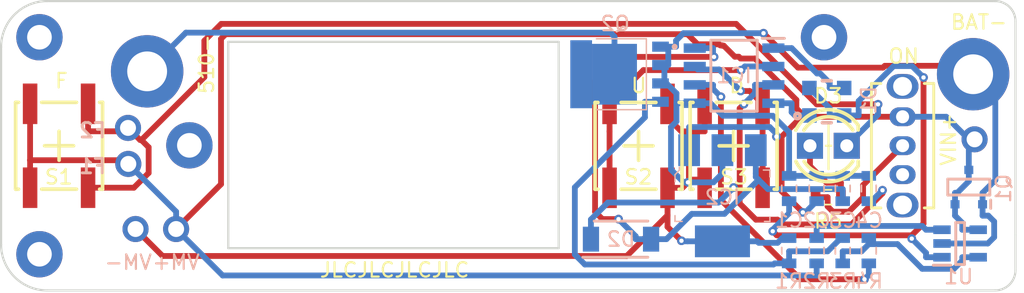
<source format=kicad_pcb>
(kicad_pcb (version 20171130) (host pcbnew 5.1.0-unknown-ff73f69~82~ubuntu18.04.1)

  (general
    (thickness 1.6)
    (drawings 32)
    (tracks 297)
    (zones 0)
    (modules 32)
    (nets 21)
  )

  (page A4)
  (layers
    (0 F.Cu signal)
    (31 B.Cu signal)
    (32 B.Adhes user hide)
    (33 F.Adhes user hide)
    (34 B.Paste user hide)
    (35 F.Paste user hide)
    (36 B.SilkS user)
    (37 F.SilkS user)
    (38 B.Mask user)
    (39 F.Mask user)
    (40 Dwgs.User user hide)
    (41 Cmts.User user hide)
    (42 Eco1.User user hide)
    (43 Eco2.User user hide)
    (44 Edge.Cuts user)
    (45 Margin user hide)
    (46 B.CrtYd user hide)
    (47 F.CrtYd user hide)
    (48 B.Fab user hide)
    (49 F.Fab user hide)
  )

  (setup
    (last_trace_width 1)
    (user_trace_width 1)
    (trace_clearance 0.3)
    (zone_clearance 0.508)
    (zone_45_only no)
    (trace_min 0.2)
    (via_size 0.6)
    (via_drill 0.3)
    (via_min_size 0.4)
    (via_min_drill 0.3)
    (uvia_size 0.3)
    (uvia_drill 0.1)
    (uvias_allowed no)
    (uvia_min_size 0.2)
    (uvia_min_drill 0.1)
    (edge_width 0.05)
    (segment_width 0.2)
    (pcb_text_width 0.3)
    (pcb_text_size 1.5 1.5)
    (mod_edge_width 0.12)
    (mod_text_size 1 1)
    (mod_text_width 0.15)
    (pad_size 5 5)
    (pad_drill 2.75)
    (pad_to_mask_clearance 0.051)
    (solder_mask_min_width 0.25)
    (aux_axis_origin 0 0)
    (visible_elements FFFFFF7F)
    (pcbplotparams
      (layerselection 0x010fc_ffffffff)
      (usegerberextensions false)
      (usegerberattributes false)
      (usegerberadvancedattributes false)
      (creategerberjobfile false)
      (excludeedgelayer true)
      (linewidth 0.100000)
      (plotframeref false)
      (viasonmask false)
      (mode 1)
      (useauxorigin false)
      (hpglpennumber 1)
      (hpglpenspeed 20)
      (hpglpendiameter 15.000000)
      (psnegative false)
      (psa4output false)
      (plotreference true)
      (plotvalue true)
      (plotinvisibletext false)
      (padsonsilk false)
      (subtractmaskfromsilk false)
      (outputformat 1)
      (mirror false)
      (drillshape 0)
      (scaleselection 1)
      (outputdirectory "Gerbers/"))
  )

  (net 0 "")
  (net 1 /Down)
  (net 2 "Net-(S4-Pad3)")
  (net 3 "Net-(S4-PadMH1)")
  (net 4 "Net-(S4-PadMH2)")
  (net 5 "Net-(C1-Pad1)")
  (net 6 GND)
  (net 7 /VIN+)
  (net 8 "Net-(C3-Pad1)")
  (net 9 "Net-(C4-Pad1)")
  (net 10 "Net-(D1-Pad1)")
  (net 11 "Net-(D1-Pad3)")
  (net 12 /UP)
  (net 13 "Net-(IC1-Pad6)")
  (net 14 /510-)
  (net 15 "Net-(Q2-Pad4)")
  (net 16 "Net-(R2-Pad2)")
  (net 17 "Net-(R3-Pad1)")
  (net 18 "Net-(D3-Pad1)")
  (net 19 "Net-(D3-Pad2)")
  (net 20 "Net-(R5-Pad2)")

  (net_class Default "This is the default net class."
    (clearance 0.3)
    (trace_width 0.4)
    (via_dia 0.6)
    (via_drill 0.3)
    (uvia_dia 0.3)
    (uvia_drill 0.1)
    (add_net /510-)
    (add_net /Down)
    (add_net /UP)
    (add_net /VIN+)
    (add_net GND)
    (add_net "Net-(C1-Pad1)")
    (add_net "Net-(C3-Pad1)")
    (add_net "Net-(C4-Pad1)")
    (add_net "Net-(D1-Pad1)")
    (add_net "Net-(D1-Pad3)")
    (add_net "Net-(D3-Pad1)")
    (add_net "Net-(D3-Pad2)")
    (add_net "Net-(IC1-Pad6)")
    (add_net "Net-(Q2-Pad4)")
    (add_net "Net-(R2-Pad2)")
    (add_net "Net-(R3-Pad1)")
    (add_net "Net-(R5-Pad2)")
    (add_net "Net-(S4-Pad3)")
    (add_net "Net-(S4-PadMH1)")
    (add_net "Net-(S4-PadMH2)")
  )

  (module "Voltrove MIC1557 PWM:LED_4mm" (layer F.Cu) (tedit 5CA121EB) (tstamp 5CA1222F)
    (at 171.62 100.144 180)
    (descr "LED, diameter 4.0mm, 2 pins, http://www.kingbright.com/attachments/file/psearch/000/00/00/L-43GD(Ver.12B).pdf")
    (tags "LED diameter 4.0mm 2 pins")
    (path /5CAACF2D)
    (fp_text reference D3 (at 0.02 3.444 180) (layer F.SilkS)
      (effects (font (size 1 1) (thickness 0.15)))
    )
    (fp_text value LED (at 0.01 3.77 180) (layer F.Fab)
      (effects (font (size 1 1) (thickness 0.15)))
    )
    (fp_line (start -0.181 0) (end 0.181 0) (layer F.SilkS) (width 0.15))
    (fp_line (start 0.001 -1.622) (end -0.001 1.609) (layer F.SilkS) (width 0.15))
    (fp_line (start 2.74 -2.74) (end -2.71 -2.74) (layer F.CrtYd) (width 0.05))
    (fp_line (start 2.74 2.76) (end 2.74 -2.74) (layer F.CrtYd) (width 0.05))
    (fp_line (start -2.71 2.76) (end 2.74 2.76) (layer F.CrtYd) (width 0.05))
    (fp_line (start -2.71 -2.74) (end -2.71 2.76) (layer F.CrtYd) (width 0.05))
    (fp_line (start -2.05 1.09) (end -2.05 1.409) (layer F.SilkS) (width 0.25))
    (fp_line (start -2.05 -1.389) (end -2.05 -1.07) (layer F.SilkS) (width 0.25))
    (fp_line (start -1.99 -1.31665) (end -1.99 1.33665) (layer F.Fab) (width 0.1))
    (fp_circle (center 0.01 0.01) (end 2.01 0.01) (layer F.Fab) (width 0.1))
    (fp_arc (start 0.01 0) (end -1.67333 1.09) (angle -114.6) (layer F.SilkS) (width 0.25))
    (fp_arc (start 0.01 0) (end -1.67333 -1.07) (angle 114.6) (layer F.SilkS) (width 0.25))
    (fp_arc (start 0.01 0) (end -2.05 1.408749) (angle -120.1) (layer F.SilkS) (width 0.25))
    (fp_arc (start 0.01 0) (end -2.05 -1.388749) (angle 120.1) (layer F.SilkS) (width 0.25))
    (fp_arc (start 0.01 0.01) (end -1.99 -1.31665) (angle 292.9) (layer F.Fab) (width 0.1))
    (pad 2 thru_hole rect (at 1.28 0 180) (size 1.8 1.8) (drill 0.9) (layers *.Cu *.Mask)
      (net 19 "Net-(D3-Pad2)"))
    (pad 1 thru_hole rect (at -1.26 0 180) (size 1.8 1.8) (drill 0.9) (layers *.Cu *.Mask)
      (net 18 "Net-(D3-Pad1)"))
    (model ${KISYS3DMOD}/LED_THT.3dshapes/LED_D4.0mm.wrl
      (at (xyz 0 0 0))
      (scale (xyz 1 1 1))
      (rotate (xyz 0 0 0))
    )
  )

  (module "Voltrove MIC1557 PWM:SS-12D07-VG4NSGAPA" (layer F.Cu) (tedit 5C8ABC35) (tstamp 5CA120DD)
    (at 176.73 100.14 270)
    (descr "Description: Switch: SPDT: Normally Closed")
    (path /5CA79FEC)
    (fp_text reference S4 (at 0 -3.754 270) (layer F.SilkS) hide
      (effects (font (size 1 1) (thickness 0.15)) (justify top))
    )
    (fp_text value SS12D07VG4NSGAPA (at 0 2.657 270) (layer F.SilkS) hide
      (effects (font (size 1 1) (thickness 0.15)) (justify top))
    )
    (fp_poly (pts (xy -1.351 -0.25) (xy -1.359 -0.352) (xy -1.383 -0.451) (xy -1.422 -0.545)
      (xy -1.475 -0.631) (xy -1.541 -0.709) (xy -1.619 -0.775) (xy -1.705 -0.828)
      (xy -1.799 -0.867) (xy -1.898 -0.891) (xy -2 -0.899) (xy -2.102 -0.891)
      (xy -2.201 -0.867) (xy -2.295 -0.828) (xy -2.381 -0.775) (xy -2.459 -0.709)
      (xy -2.525 -0.631) (xy -2.578 -0.545) (xy -2.617 -0.451) (xy -2.641 -0.352)
      (xy -2.649 -0.25) (xy -2.649 0.25) (xy -2.641 0.352) (xy -2.617 0.451)
      (xy -2.578 0.545) (xy -2.525 0.631) (xy -2.459 0.709) (xy -2.381 0.775)
      (xy -2.295 0.828) (xy -2.201 0.867) (xy -2.102 0.891) (xy -2 0.899)
      (xy -1.898 0.891) (xy -1.799 0.867) (xy -1.705 0.828) (xy -1.619 0.775)
      (xy -1.541 0.709) (xy -1.475 0.631) (xy -1.422 0.545) (xy -1.383 0.451)
      (xy -1.359 0.352) (xy -1.351 0.25)) (layer F.Cu) (width 0))
    (fp_poly (pts (xy -1.351 -0.25) (xy -1.359 -0.352) (xy -1.383 -0.451) (xy -1.422 -0.545)
      (xy -1.475 -0.631) (xy -1.541 -0.709) (xy -1.619 -0.775) (xy -1.705 -0.828)
      (xy -1.799 -0.867) (xy -1.898 -0.891) (xy -2 -0.899) (xy -2.102 -0.891)
      (xy -2.201 -0.867) (xy -2.295 -0.828) (xy -2.381 -0.775) (xy -2.459 -0.709)
      (xy -2.525 -0.631) (xy -2.578 -0.545) (xy -2.617 -0.451) (xy -2.641 -0.352)
      (xy -2.649 -0.25) (xy -2.649 0.25) (xy -2.641 0.352) (xy -2.617 0.451)
      (xy -2.578 0.545) (xy -2.525 0.631) (xy -2.459 0.709) (xy -2.381 0.775)
      (xy -2.295 0.828) (xy -2.201 0.867) (xy -2.102 0.891) (xy -2 0.899)
      (xy -1.898 0.891) (xy -1.799 0.867) (xy -1.705 0.828) (xy -1.619 0.775)
      (xy -1.541 0.709) (xy -1.475 0.631) (xy -1.422 0.545) (xy -1.383 0.451)
      (xy -1.359 0.352) (xy -1.351 0.25)) (layer B.Cu) (width 0))
    (fp_poly (pts (xy -2.752 0.25) (xy -2.743 0.368) (xy -2.715 0.482) (xy -2.67 0.591)
      (xy -2.608 0.692) (xy -2.532 0.782) (xy -2.442 0.858) (xy -2.341 0.92)
      (xy -2.232 0.965) (xy -2.118 0.993) (xy -2 1.002) (xy -1.882 0.993)
      (xy -1.768 0.965) (xy -1.659 0.92) (xy -1.558 0.858) (xy -1.468 0.782)
      (xy -1.392 0.692) (xy -1.33 0.591) (xy -1.285 0.482) (xy -1.257 0.368)
      (xy -1.248 0.25) (xy -1.248 -0.25) (xy -1.257 -0.368) (xy -1.285 -0.482)
      (xy -1.33 -0.591) (xy -1.392 -0.692) (xy -1.468 -0.782) (xy -1.558 -0.858)
      (xy -1.659 -0.92) (xy -1.768 -0.965) (xy -1.882 -0.993) (xy -2 -1.002)
      (xy -2.118 -0.993) (xy -2.232 -0.965) (xy -2.341 -0.92) (xy -2.442 -0.858)
      (xy -2.532 -0.782) (xy -2.608 -0.692) (xy -2.67 -0.591) (xy -2.715 -0.482)
      (xy -2.743 -0.368) (xy -2.752 -0.25)) (layer B.Mask) (width 0))
    (fp_poly (pts (xy -2.752 0.25) (xy -2.743 0.368) (xy -2.715 0.482) (xy -2.67 0.591)
      (xy -2.608 0.692) (xy -2.532 0.782) (xy -2.442 0.858) (xy -2.341 0.92)
      (xy -2.232 0.965) (xy -2.118 0.993) (xy -2 1.002) (xy -1.882 0.993)
      (xy -1.768 0.965) (xy -1.659 0.92) (xy -1.558 0.858) (xy -1.468 0.782)
      (xy -1.392 0.692) (xy -1.33 0.591) (xy -1.285 0.482) (xy -1.257 0.368)
      (xy -1.248 0.25) (xy -1.248 -0.25) (xy -1.257 -0.368) (xy -1.285 -0.482)
      (xy -1.33 -0.591) (xy -1.392 -0.692) (xy -1.468 -0.782) (xy -1.558 -0.858)
      (xy -1.659 -0.92) (xy -1.768 -0.965) (xy -1.882 -0.993) (xy -2 -1.002)
      (xy -2.118 -0.993) (xy -2.232 -0.965) (xy -2.341 -0.92) (xy -2.442 -0.858)
      (xy -2.532 -0.782) (xy -2.608 -0.692) (xy -2.67 -0.591) (xy -2.715 -0.482)
      (xy -2.743 -0.368) (xy -2.752 -0.25)) (layer F.Mask) (width 0))
    (fp_poly (pts (xy 0.649 -0.25) (xy 0.641 -0.352) (xy 0.617 -0.451) (xy 0.578 -0.545)
      (xy 0.525 -0.631) (xy 0.459 -0.709) (xy 0.381 -0.775) (xy 0.295 -0.828)
      (xy 0.201 -0.867) (xy 0.102 -0.891) (xy 0 -0.899) (xy -0.102 -0.891)
      (xy -0.201 -0.867) (xy -0.295 -0.828) (xy -0.381 -0.775) (xy -0.459 -0.709)
      (xy -0.525 -0.631) (xy -0.578 -0.545) (xy -0.617 -0.451) (xy -0.641 -0.352)
      (xy -0.649 -0.25) (xy -0.649 0.25) (xy -0.641 0.352) (xy -0.617 0.451)
      (xy -0.578 0.545) (xy -0.525 0.631) (xy -0.459 0.709) (xy -0.381 0.775)
      (xy -0.295 0.828) (xy -0.201 0.867) (xy -0.102 0.891) (xy 0 0.899)
      (xy 0.102 0.891) (xy 0.201 0.867) (xy 0.295 0.828) (xy 0.381 0.775)
      (xy 0.459 0.709) (xy 0.525 0.631) (xy 0.578 0.545) (xy 0.617 0.451)
      (xy 0.641 0.352) (xy 0.649 0.25)) (layer F.Cu) (width 0))
    (fp_poly (pts (xy 0.649 -0.25) (xy 0.641 -0.352) (xy 0.617 -0.451) (xy 0.578 -0.545)
      (xy 0.525 -0.631) (xy 0.459 -0.709) (xy 0.381 -0.775) (xy 0.295 -0.828)
      (xy 0.201 -0.867) (xy 0.102 -0.891) (xy 0 -0.899) (xy -0.102 -0.891)
      (xy -0.201 -0.867) (xy -0.295 -0.828) (xy -0.381 -0.775) (xy -0.459 -0.709)
      (xy -0.525 -0.631) (xy -0.578 -0.545) (xy -0.617 -0.451) (xy -0.641 -0.352)
      (xy -0.649 -0.25) (xy -0.649 0.25) (xy -0.641 0.352) (xy -0.617 0.451)
      (xy -0.578 0.545) (xy -0.525 0.631) (xy -0.459 0.709) (xy -0.381 0.775)
      (xy -0.295 0.828) (xy -0.201 0.867) (xy -0.102 0.891) (xy 0 0.899)
      (xy 0.102 0.891) (xy 0.201 0.867) (xy 0.295 0.828) (xy 0.381 0.775)
      (xy 0.459 0.709) (xy 0.525 0.631) (xy 0.578 0.545) (xy 0.617 0.451)
      (xy 0.641 0.352) (xy 0.649 0.25)) (layer B.Cu) (width 0))
    (fp_poly (pts (xy -0.752 0.25) (xy -0.743 0.368) (xy -0.715 0.482) (xy -0.67 0.591)
      (xy -0.608 0.692) (xy -0.532 0.782) (xy -0.442 0.858) (xy -0.341 0.92)
      (xy -0.232 0.965) (xy -0.118 0.993) (xy 0 1.002) (xy 0.118 0.993)
      (xy 0.232 0.965) (xy 0.341 0.92) (xy 0.442 0.858) (xy 0.532 0.782)
      (xy 0.608 0.692) (xy 0.67 0.591) (xy 0.715 0.482) (xy 0.743 0.368)
      (xy 0.752 0.25) (xy 0.752 -0.25) (xy 0.743 -0.368) (xy 0.715 -0.482)
      (xy 0.67 -0.591) (xy 0.608 -0.692) (xy 0.532 -0.782) (xy 0.442 -0.858)
      (xy 0.341 -0.92) (xy 0.232 -0.965) (xy 0.118 -0.993) (xy 0 -1.002)
      (xy -0.118 -0.993) (xy -0.232 -0.965) (xy -0.341 -0.92) (xy -0.442 -0.858)
      (xy -0.532 -0.782) (xy -0.608 -0.692) (xy -0.67 -0.591) (xy -0.715 -0.482)
      (xy -0.743 -0.368) (xy -0.752 -0.25)) (layer B.Mask) (width 0))
    (fp_poly (pts (xy -0.752 0.25) (xy -0.743 0.368) (xy -0.715 0.482) (xy -0.67 0.591)
      (xy -0.608 0.692) (xy -0.532 0.782) (xy -0.442 0.858) (xy -0.341 0.92)
      (xy -0.232 0.965) (xy -0.118 0.993) (xy 0 1.002) (xy 0.118 0.993)
      (xy 0.232 0.965) (xy 0.341 0.92) (xy 0.442 0.858) (xy 0.532 0.782)
      (xy 0.608 0.692) (xy 0.67 0.591) (xy 0.715 0.482) (xy 0.743 0.368)
      (xy 0.752 0.25) (xy 0.752 -0.25) (xy 0.743 -0.368) (xy 0.715 -0.482)
      (xy 0.67 -0.591) (xy 0.608 -0.692) (xy 0.532 -0.782) (xy 0.442 -0.858)
      (xy 0.341 -0.92) (xy 0.232 -0.965) (xy 0.118 -0.993) (xy 0 -1.002)
      (xy -0.118 -0.993) (xy -0.232 -0.965) (xy -0.341 -0.92) (xy -0.442 -0.858)
      (xy -0.532 -0.782) (xy -0.608 -0.692) (xy -0.67 -0.591) (xy -0.715 -0.482)
      (xy -0.743 -0.368) (xy -0.752 -0.25)) (layer F.Mask) (width 0))
    (fp_poly (pts (xy 2.649 -0.25) (xy 2.641 -0.352) (xy 2.617 -0.451) (xy 2.578 -0.545)
      (xy 2.525 -0.631) (xy 2.459 -0.709) (xy 2.381 -0.775) (xy 2.295 -0.828)
      (xy 2.201 -0.867) (xy 2.102 -0.891) (xy 2 -0.899) (xy 1.898 -0.891)
      (xy 1.799 -0.867) (xy 1.705 -0.828) (xy 1.619 -0.775) (xy 1.541 -0.709)
      (xy 1.475 -0.631) (xy 1.422 -0.545) (xy 1.383 -0.451) (xy 1.359 -0.352)
      (xy 1.351 -0.25) (xy 1.351 0.25) (xy 1.359 0.352) (xy 1.383 0.451)
      (xy 1.422 0.545) (xy 1.475 0.631) (xy 1.541 0.709) (xy 1.619 0.775)
      (xy 1.705 0.828) (xy 1.799 0.867) (xy 1.898 0.891) (xy 2 0.899)
      (xy 2.102 0.891) (xy 2.201 0.867) (xy 2.295 0.828) (xy 2.381 0.775)
      (xy 2.459 0.709) (xy 2.525 0.631) (xy 2.578 0.545) (xy 2.617 0.451)
      (xy 2.641 0.352) (xy 2.649 0.25)) (layer F.Cu) (width 0))
    (fp_poly (pts (xy 2.649 -0.25) (xy 2.641 -0.352) (xy 2.617 -0.451) (xy 2.578 -0.545)
      (xy 2.525 -0.631) (xy 2.459 -0.709) (xy 2.381 -0.775) (xy 2.295 -0.828)
      (xy 2.201 -0.867) (xy 2.102 -0.891) (xy 2 -0.899) (xy 1.898 -0.891)
      (xy 1.799 -0.867) (xy 1.705 -0.828) (xy 1.619 -0.775) (xy 1.541 -0.709)
      (xy 1.475 -0.631) (xy 1.422 -0.545) (xy 1.383 -0.451) (xy 1.359 -0.352)
      (xy 1.351 -0.25) (xy 1.351 0.25) (xy 1.359 0.352) (xy 1.383 0.451)
      (xy 1.422 0.545) (xy 1.475 0.631) (xy 1.541 0.709) (xy 1.619 0.775)
      (xy 1.705 0.828) (xy 1.799 0.867) (xy 1.898 0.891) (xy 2 0.899)
      (xy 2.102 0.891) (xy 2.201 0.867) (xy 2.295 0.828) (xy 2.381 0.775)
      (xy 2.459 0.709) (xy 2.525 0.631) (xy 2.578 0.545) (xy 2.617 0.451)
      (xy 2.641 0.352) (xy 2.649 0.25)) (layer B.Cu) (width 0))
    (fp_poly (pts (xy 1.248 0.25) (xy 1.257 0.368) (xy 1.285 0.482) (xy 1.33 0.591)
      (xy 1.392 0.692) (xy 1.468 0.782) (xy 1.558 0.858) (xy 1.659 0.92)
      (xy 1.768 0.965) (xy 1.882 0.993) (xy 2 1.002) (xy 2.118 0.993)
      (xy 2.232 0.965) (xy 2.341 0.92) (xy 2.442 0.858) (xy 2.532 0.782)
      (xy 2.608 0.692) (xy 2.67 0.591) (xy 2.715 0.482) (xy 2.743 0.368)
      (xy 2.752 0.25) (xy 2.752 -0.25) (xy 2.743 -0.368) (xy 2.715 -0.482)
      (xy 2.67 -0.591) (xy 2.608 -0.692) (xy 2.532 -0.782) (xy 2.442 -0.858)
      (xy 2.341 -0.92) (xy 2.232 -0.965) (xy 2.118 -0.993) (xy 2 -1.002)
      (xy 1.882 -0.993) (xy 1.768 -0.965) (xy 1.659 -0.92) (xy 1.558 -0.858)
      (xy 1.468 -0.782) (xy 1.392 -0.692) (xy 1.33 -0.591) (xy 1.285 -0.482)
      (xy 1.257 -0.368) (xy 1.248 -0.25)) (layer B.Mask) (width 0))
    (fp_poly (pts (xy 1.248 0.25) (xy 1.257 0.368) (xy 1.285 0.482) (xy 1.33 0.591)
      (xy 1.392 0.692) (xy 1.468 0.782) (xy 1.558 0.858) (xy 1.659 0.92)
      (xy 1.768 0.965) (xy 1.882 0.993) (xy 2 1.002) (xy 2.118 0.993)
      (xy 2.232 0.965) (xy 2.341 0.92) (xy 2.442 0.858) (xy 2.532 0.782)
      (xy 2.608 0.692) (xy 2.67 0.591) (xy 2.715 0.482) (xy 2.743 0.368)
      (xy 2.752 0.25) (xy 2.752 -0.25) (xy 2.743 -0.368) (xy 2.715 -0.482)
      (xy 2.67 -0.591) (xy 2.608 -0.692) (xy 2.532 -0.782) (xy 2.442 -0.858)
      (xy 2.341 -0.92) (xy 2.232 -0.965) (xy 2.118 -0.993) (xy 2 -1.002)
      (xy 1.882 -0.993) (xy 1.768 -0.965) (xy 1.659 -0.92) (xy 1.558 -0.858)
      (xy 1.468 -0.782) (xy 1.392 -0.692) (xy 1.33 -0.591) (xy 1.285 -0.482)
      (xy 1.257 -0.368) (xy 1.248 -0.25)) (layer F.Mask) (width 0))
    (fp_poly (pts (xy -3.251 -0.25) (xy -3.261 -0.383) (xy -3.293 -0.512) (xy -3.344 -0.635)
      (xy -3.413 -0.749) (xy -3.5 -0.85) (xy -3.601 -0.937) (xy -3.715 -1.006)
      (xy -3.838 -1.057) (xy -3.967 -1.089) (xy -4.1 -1.099) (xy -4.233 -1.089)
      (xy -4.362 -1.057) (xy -4.485 -1.006) (xy -4.599 -0.937) (xy -4.7 -0.85)
      (xy -4.787 -0.749) (xy -4.856 -0.635) (xy -4.907 -0.512) (xy -4.939 -0.383)
      (xy -4.949 -0.25) (xy -4.949 0.25) (xy -4.939 0.383) (xy -4.907 0.512)
      (xy -4.856 0.635) (xy -4.787 0.749) (xy -4.7 0.85) (xy -4.599 0.937)
      (xy -4.485 1.006) (xy -4.362 1.057) (xy -4.233 1.089) (xy -4.1 1.099)
      (xy -3.967 1.089) (xy -3.838 1.057) (xy -3.715 1.006) (xy -3.601 0.937)
      (xy -3.5 0.85) (xy -3.413 0.749) (xy -3.344 0.635) (xy -3.293 0.512)
      (xy -3.261 0.383) (xy -3.251 0.25)) (layer F.Cu) (width 0))
    (fp_poly (pts (xy -3.251 -0.25) (xy -3.261 -0.383) (xy -3.293 -0.512) (xy -3.344 -0.635)
      (xy -3.413 -0.749) (xy -3.5 -0.85) (xy -3.601 -0.937) (xy -3.715 -1.006)
      (xy -3.838 -1.057) (xy -3.967 -1.089) (xy -4.1 -1.099) (xy -4.233 -1.089)
      (xy -4.362 -1.057) (xy -4.485 -1.006) (xy -4.599 -0.937) (xy -4.7 -0.85)
      (xy -4.787 -0.749) (xy -4.856 -0.635) (xy -4.907 -0.512) (xy -4.939 -0.383)
      (xy -4.949 -0.25) (xy -4.949 0.25) (xy -4.939 0.383) (xy -4.907 0.512)
      (xy -4.856 0.635) (xy -4.787 0.749) (xy -4.7 0.85) (xy -4.599 0.937)
      (xy -4.485 1.006) (xy -4.362 1.057) (xy -4.233 1.089) (xy -4.1 1.099)
      (xy -3.967 1.089) (xy -3.838 1.057) (xy -3.715 1.006) (xy -3.601 0.937)
      (xy -3.5 0.85) (xy -3.413 0.749) (xy -3.344 0.635) (xy -3.293 0.512)
      (xy -3.261 0.383) (xy -3.251 0.25)) (layer B.Cu) (width 0))
    (fp_poly (pts (xy -5.052 0.25) (xy -5.04 0.399) (xy -5.005 0.544) (xy -4.948 0.682)
      (xy -4.87 0.81) (xy -4.773 0.923) (xy -4.66 1.02) (xy -4.532 1.098)
      (xy -4.394 1.155) (xy -4.249 1.19) (xy -4.1 1.202) (xy -3.951 1.19)
      (xy -3.806 1.155) (xy -3.668 1.098) (xy -3.54 1.02) (xy -3.427 0.923)
      (xy -3.33 0.81) (xy -3.252 0.682) (xy -3.195 0.544) (xy -3.16 0.399)
      (xy -3.148 0.25) (xy -3.148 -0.25) (xy -3.16 -0.399) (xy -3.195 -0.544)
      (xy -3.252 -0.682) (xy -3.33 -0.81) (xy -3.427 -0.923) (xy -3.54 -1.02)
      (xy -3.668 -1.098) (xy -3.806 -1.155) (xy -3.951 -1.19) (xy -4.1 -1.202)
      (xy -4.249 -1.19) (xy -4.394 -1.155) (xy -4.532 -1.098) (xy -4.66 -1.02)
      (xy -4.773 -0.923) (xy -4.87 -0.81) (xy -4.948 -0.682) (xy -5.005 -0.544)
      (xy -5.04 -0.399) (xy -5.052 -0.25)) (layer B.Mask) (width 0))
    (fp_poly (pts (xy -5.052 0.25) (xy -5.04 0.399) (xy -5.005 0.544) (xy -4.948 0.682)
      (xy -4.87 0.81) (xy -4.773 0.923) (xy -4.66 1.02) (xy -4.532 1.098)
      (xy -4.394 1.155) (xy -4.249 1.19) (xy -4.1 1.202) (xy -3.951 1.19)
      (xy -3.806 1.155) (xy -3.668 1.098) (xy -3.54 1.02) (xy -3.427 0.923)
      (xy -3.33 0.81) (xy -3.252 0.682) (xy -3.195 0.544) (xy -3.16 0.399)
      (xy -3.148 0.25) (xy -3.148 -0.25) (xy -3.16 -0.399) (xy -3.195 -0.544)
      (xy -3.252 -0.682) (xy -3.33 -0.81) (xy -3.427 -0.923) (xy -3.54 -1.02)
      (xy -3.668 -1.098) (xy -3.806 -1.155) (xy -3.951 -1.19) (xy -4.1 -1.202)
      (xy -4.249 -1.19) (xy -4.394 -1.155) (xy -4.532 -1.098) (xy -4.66 -1.02)
      (xy -4.773 -0.923) (xy -4.87 -0.81) (xy -4.948 -0.682) (xy -5.005 -0.544)
      (xy -5.04 -0.399) (xy -5.052 -0.25)) (layer F.Mask) (width 0))
    (fp_poly (pts (xy 4.949 -0.25) (xy 4.939 -0.383) (xy 4.907 -0.512) (xy 4.856 -0.635)
      (xy 4.787 -0.749) (xy 4.7 -0.85) (xy 4.599 -0.937) (xy 4.485 -1.006)
      (xy 4.362 -1.057) (xy 4.233 -1.089) (xy 4.1 -1.099) (xy 3.967 -1.089)
      (xy 3.838 -1.057) (xy 3.715 -1.006) (xy 3.601 -0.937) (xy 3.5 -0.85)
      (xy 3.413 -0.749) (xy 3.344 -0.635) (xy 3.293 -0.512) (xy 3.261 -0.383)
      (xy 3.251 -0.25) (xy 3.251 0.25) (xy 3.261 0.383) (xy 3.293 0.512)
      (xy 3.344 0.635) (xy 3.413 0.749) (xy 3.5 0.85) (xy 3.601 0.937)
      (xy 3.715 1.006) (xy 3.838 1.057) (xy 3.967 1.089) (xy 4.1 1.099)
      (xy 4.233 1.089) (xy 4.362 1.057) (xy 4.485 1.006) (xy 4.599 0.937)
      (xy 4.7 0.85) (xy 4.787 0.749) (xy 4.856 0.635) (xy 4.907 0.512)
      (xy 4.939 0.383) (xy 4.949 0.25)) (layer F.Cu) (width 0))
    (fp_poly (pts (xy 4.949 -0.25) (xy 4.939 -0.383) (xy 4.907 -0.512) (xy 4.856 -0.635)
      (xy 4.787 -0.749) (xy 4.7 -0.85) (xy 4.599 -0.937) (xy 4.485 -1.006)
      (xy 4.362 -1.057) (xy 4.233 -1.089) (xy 4.1 -1.099) (xy 3.967 -1.089)
      (xy 3.838 -1.057) (xy 3.715 -1.006) (xy 3.601 -0.937) (xy 3.5 -0.85)
      (xy 3.413 -0.749) (xy 3.344 -0.635) (xy 3.293 -0.512) (xy 3.261 -0.383)
      (xy 3.251 -0.25) (xy 3.251 0.25) (xy 3.261 0.383) (xy 3.293 0.512)
      (xy 3.344 0.635) (xy 3.413 0.749) (xy 3.5 0.85) (xy 3.601 0.937)
      (xy 3.715 1.006) (xy 3.838 1.057) (xy 3.967 1.089) (xy 4.1 1.099)
      (xy 4.233 1.089) (xy 4.362 1.057) (xy 4.485 1.006) (xy 4.599 0.937)
      (xy 4.7 0.85) (xy 4.787 0.749) (xy 4.856 0.635) (xy 4.907 0.512)
      (xy 4.939 0.383) (xy 4.949 0.25)) (layer B.Cu) (width 0))
    (fp_poly (pts (xy 3.148 0.25) (xy 3.16 0.399) (xy 3.195 0.544) (xy 3.252 0.682)
      (xy 3.33 0.81) (xy 3.427 0.923) (xy 3.54 1.02) (xy 3.668 1.098)
      (xy 3.806 1.155) (xy 3.951 1.19) (xy 4.1 1.202) (xy 4.249 1.19)
      (xy 4.394 1.155) (xy 4.532 1.098) (xy 4.66 1.02) (xy 4.773 0.923)
      (xy 4.87 0.81) (xy 4.948 0.682) (xy 5.005 0.544) (xy 5.04 0.399)
      (xy 5.052 0.25) (xy 5.052 -0.25) (xy 5.04 -0.399) (xy 5.005 -0.544)
      (xy 4.948 -0.682) (xy 4.87 -0.81) (xy 4.773 -0.923) (xy 4.66 -1.02)
      (xy 4.532 -1.098) (xy 4.394 -1.155) (xy 4.249 -1.19) (xy 4.1 -1.202)
      (xy 3.951 -1.19) (xy 3.806 -1.155) (xy 3.668 -1.098) (xy 3.54 -1.02)
      (xy 3.427 -0.923) (xy 3.33 -0.81) (xy 3.252 -0.682) (xy 3.195 -0.544)
      (xy 3.16 -0.399) (xy 3.148 -0.25)) (layer B.Mask) (width 0))
    (fp_poly (pts (xy 3.148 0.25) (xy 3.16 0.399) (xy 3.195 0.544) (xy 3.252 0.682)
      (xy 3.33 0.81) (xy 3.427 0.923) (xy 3.54 1.02) (xy 3.668 1.098)
      (xy 3.806 1.155) (xy 3.951 1.19) (xy 4.1 1.202) (xy 4.249 1.19)
      (xy 4.394 1.155) (xy 4.532 1.098) (xy 4.66 1.02) (xy 4.773 0.923)
      (xy 4.87 0.81) (xy 4.948 0.682) (xy 5.005 0.544) (xy 5.04 0.399)
      (xy 5.052 0.25) (xy 5.052 -0.25) (xy 5.04 -0.399) (xy 5.005 -0.544)
      (xy 4.948 -0.682) (xy 4.87 -0.81) (xy 4.773 -0.923) (xy 4.66 -1.02)
      (xy 4.532 -1.098) (xy 4.394 -1.155) (xy 4.249 -1.19) (xy 4.1 -1.202)
      (xy 3.951 -1.19) (xy 3.806 -1.155) (xy 3.668 -1.098) (xy 3.54 -1.02)
      (xy 3.427 -0.923) (xy 3.33 -0.81) (xy 3.252 -0.682) (xy 3.195 -0.544)
      (xy 3.16 -0.399) (xy 3.148 -0.25)) (layer F.Mask) (width 0))
    (fp_line (start -4.301 -2.15) (end -4.301 -1.5) (layer F.SilkS) (width 0.2))
    (fp_line (start -4.301 -2.15) (end 4.301 -2.15) (layer F.SilkS) (width 0.2))
    (fp_line (start -4.301 2.15) (end 4.301 2.15) (layer F.SilkS) (width 0.2))
    (fp_line (start 4.301 -2.15) (end 4.301 -1.5) (layer F.SilkS) (width 0.2))
    (fp_line (start -4.301 1.5) (end -4.301 2.15) (layer F.SilkS) (width 0.2))
    (fp_line (start 4.301 1.5) (end 4.301 2.15) (layer F.SilkS) (width 0.2))
    (pad 1 thru_hole circle (at -2 0) (size 1.3 1.3) (drill 0.9) (layers *.Cu *.Mask)
      (net 7 /VIN+) (solder_mask_margin 0.1016) (zone_connect 2))
    (pad 2 thru_hole circle (at 0 0) (size 1.3 1.3) (drill 0.9) (layers *.Cu *.Mask)
      (net 20 "Net-(R5-Pad2)") (solder_mask_margin 0.1016) (zone_connect 2))
    (pad 3 thru_hole circle (at 2 0) (size 1.3 1.3) (drill 0.9) (layers *.Cu *.Mask)
      (net 2 "Net-(S4-Pad3)") (solder_mask_margin 0.1016) (zone_connect 2))
    (pad MH1 thru_hole circle (at -4.1 0) (size 1.7 1.7) (drill 1.3) (layers *.Cu *.Mask)
      (net 3 "Net-(S4-PadMH1)") (solder_mask_margin 0.1016) (zone_connect 2))
    (pad MH2 thru_hole circle (at 4.1 0) (size 1.7 1.7) (drill 1.3) (layers *.Cu *.Mask)
      (net 4 "Net-(S4-PadMH2)") (solder_mask_margin 0.1016) (zone_connect 2))
    (model ${KIPRJMOD}/spwm3.3.pretty/OS102011MS2QN1.stp
      (offset (xyz 0 0 4))
      (scale (xyz 1 1.1 1))
      (rotate (xyz -90 0 0))
    )
  )

  (module "ATI DNA-C PCB:Mount_PAD" (layer F.Cu) (tedit 5C896597) (tstamp 5C880FA1)
    (at 127.515 100.115 90)
    (fp_text reference PAD4_VM (at 0 0 90) (layer F.SilkS) hide
      (effects (font (size 1.27 1.27) (thickness 0.15)))
    )
    (fp_text value Mount_PAD (at 0 0 90) (layer F.SilkS) hide
      (effects (font (size 1.27 1.27) (thickness 0.15)))
    )
    (pad 1 thru_hole circle (at 0 0 90) (size 3.2 3.2) (drill 1.7) (layers *.Cu *.Mask)
      (zone_connect 2))
  )

  (module "ATI DNA-C PCB:Mount_PAD" (layer F.Cu) (tedit 5C896597) (tstamp 5C88109E)
    (at 171.309 92.6436 90)
    (fp_text reference PAD3 (at 0 0 90) (layer F.SilkS) hide
      (effects (font (size 1.27 1.27) (thickness 0.15)))
    )
    (fp_text value Mount_PAD (at 0 0 90) (layer F.SilkS) hide
      (effects (font (size 1.27 1.27) (thickness 0.15)))
    )
    (pad 1 thru_hole circle (at 0 0 90) (size 3.2 3.2) (drill 1.7) (layers *.Cu *.Mask)
      (zone_connect 2))
  )

  (module "ATI DNA-C PCB:Mount_PAD" (layer F.Cu) (tedit 5C896597) (tstamp 5C881079)
    (at 117.169 107.644 90)
    (fp_text reference PAD2 (at 0 0 90) (layer F.SilkS) hide
      (effects (font (size 1.27 1.27) (thickness 0.15)))
    )
    (fp_text value Mount_PAD (at 0 0 90) (layer F.SilkS) hide
      (effects (font (size 1.27 1.27) (thickness 0.15)))
    )
    (pad 1 thru_hole circle (at 0 0 90) (size 3.2 3.2) (drill 1.7) (layers *.Cu *.Mask)
      (zone_connect 2))
  )

  (module "ATI DNA-C PCB:Mount_PAD" (layer F.Cu) (tedit 5C896597) (tstamp 5C880FC5)
    (at 117.169 92.6436 90)
    (fp_text reference PAD1 (at 0 0 90) (layer F.SilkS) hide
      (effects (font (size 1.27 1.27) (thickness 0.15)))
    )
    (fp_text value Mount_PAD (at 0 0 90) (layer F.SilkS) hide
      (effects (font (size 1.27 1.27) (thickness 0.15)))
    )
    (pad 1 thru_hole circle (at 0 0 90) (size 3.2 3.2) (drill 1.7) (layers *.Cu *.Mask)
      (zone_connect 2))
  )

  (module "Voltrove MIC1557 PWM:C_0603_1608Metric" (layer B.Cu) (tedit 59FE48B8) (tstamp 5C9FCE9D)
    (at 168.9 103.1 90)
    (descr "Capacitor SMD 0603 (1608 Metric), square (rectangular) end terminal, IPC_7351 nominal, (Body size source: http://www.tortai-tech.com/upload/download/2011102023233369053.pdf), generated with kicad-footprint-generator")
    (tags capacitor)
    (path /5C9B14A9)
    (attr smd)
    (fp_text reference C1 (at -2.2 0) (layer B.SilkS)
      (effects (font (size 1 1) (thickness 0.15)) (justify mirror))
    )
    (fp_text value 0.47uF (at 0 -1.65 90) (layer B.Fab)
      (effects (font (size 1 1) (thickness 0.15)) (justify mirror))
    )
    (fp_line (start -0.8 -0.4) (end -0.8 0.4) (layer B.Fab) (width 0.1))
    (fp_line (start -0.8 0.4) (end 0.8 0.4) (layer B.Fab) (width 0.1))
    (fp_line (start 0.8 0.4) (end 0.8 -0.4) (layer B.Fab) (width 0.1))
    (fp_line (start 0.8 -0.4) (end -0.8 -0.4) (layer B.Fab) (width 0.1))
    (fp_line (start -0.22 0.51) (end 0.22 0.51) (layer B.SilkS) (width 0.12))
    (fp_line (start -0.22 -0.51) (end 0.22 -0.51) (layer B.SilkS) (width 0.12))
    (fp_line (start -1.46 -0.75) (end -1.46 0.75) (layer B.CrtYd) (width 0.05))
    (fp_line (start -1.46 0.75) (end 1.46 0.75) (layer B.CrtYd) (width 0.05))
    (fp_line (start 1.46 0.75) (end 1.46 -0.75) (layer B.CrtYd) (width 0.05))
    (fp_line (start 1.46 -0.75) (end -1.46 -0.75) (layer B.CrtYd) (width 0.05))
    (fp_text user %R (at 0 0 90) (layer B.Fab)
      (effects (font (size 0.5 0.5) (thickness 0.08)) (justify mirror))
    )
    (pad 1 smd rect (at -0.875 0 90) (size 0.67 1) (layers B.Cu B.Paste B.Mask)
      (net 5 "Net-(C1-Pad1)"))
    (pad 2 smd rect (at 0.875 0 90) (size 0.67 1) (layers B.Cu B.Paste B.Mask)
      (net 6 GND))
    (model ${KISYS3DMOD}/Capacitor_SMD.3dshapes/C_0603_1608Metric.wrl
      (at (xyz 0 0 0))
      (scale (xyz 1 1 1))
      (rotate (xyz 0 0 0))
    )
  )

  (module "Voltrove MIC1557 PWM:C_0603_1608Metric" (layer B.Cu) (tedit 59FE48B8) (tstamp 5C9FCEAE)
    (at 170.8 103.1 90)
    (descr "Capacitor SMD 0603 (1608 Metric), square (rectangular) end terminal, IPC_7351 nominal, (Body size source: http://www.tortai-tech.com/upload/download/2011102023233369053.pdf), generated with kicad-footprint-generator")
    (tags capacitor)
    (path /5CA1E9E7)
    (attr smd)
    (fp_text reference C2 (at -2.2 0) (layer B.SilkS)
      (effects (font (size 1 1) (thickness 0.15)) (justify mirror))
    )
    (fp_text value 100nF (at 0 -1.65 90) (layer B.Fab)
      (effects (font (size 1 1) (thickness 0.15)) (justify mirror))
    )
    (fp_line (start -0.8 -0.4) (end -0.8 0.4) (layer B.Fab) (width 0.1))
    (fp_line (start -0.8 0.4) (end 0.8 0.4) (layer B.Fab) (width 0.1))
    (fp_line (start 0.8 0.4) (end 0.8 -0.4) (layer B.Fab) (width 0.1))
    (fp_line (start 0.8 -0.4) (end -0.8 -0.4) (layer B.Fab) (width 0.1))
    (fp_line (start -0.22 0.51) (end 0.22 0.51) (layer B.SilkS) (width 0.12))
    (fp_line (start -0.22 -0.51) (end 0.22 -0.51) (layer B.SilkS) (width 0.12))
    (fp_line (start -1.46 -0.75) (end -1.46 0.75) (layer B.CrtYd) (width 0.05))
    (fp_line (start -1.46 0.75) (end 1.46 0.75) (layer B.CrtYd) (width 0.05))
    (fp_line (start 1.46 0.75) (end 1.46 -0.75) (layer B.CrtYd) (width 0.05))
    (fp_line (start 1.46 -0.75) (end -1.46 -0.75) (layer B.CrtYd) (width 0.05))
    (fp_text user %R (at 0 0 90) (layer B.Fab)
      (effects (font (size 0.5 0.5) (thickness 0.08)) (justify mirror))
    )
    (pad 1 smd rect (at -0.875 0 90) (size 0.67 1) (layers B.Cu B.Paste B.Mask)
      (net 7 /VIN+))
    (pad 2 smd rect (at 0.875 0 90) (size 0.67 1) (layers B.Cu B.Paste B.Mask)
      (net 6 GND))
    (model ${KISYS3DMOD}/Capacitor_SMD.3dshapes/C_0603_1608Metric.wrl
      (at (xyz 0 0 0))
      (scale (xyz 1 1 1))
      (rotate (xyz 0 0 0))
    )
  )

  (module "Voltrove MIC1557 PWM:C_0603_1608Metric" (layer B.Cu) (tedit 59FE48B8) (tstamp 5C9FCEBF)
    (at 172.6 103.1 90)
    (descr "Capacitor SMD 0603 (1608 Metric), square (rectangular) end terminal, IPC_7351 nominal, (Body size source: http://www.tortai-tech.com/upload/download/2011102023233369053.pdf), generated with kicad-footprint-generator")
    (tags capacitor)
    (path /5CA1FC39)
    (attr smd)
    (fp_text reference C3 (at -2.2 0) (layer B.SilkS)
      (effects (font (size 1 1) (thickness 0.15)) (justify mirror))
    )
    (fp_text value 10uF (at 0 -1.65 90) (layer B.Fab)
      (effects (font (size 1 1) (thickness 0.15)) (justify mirror))
    )
    (fp_text user %R (at 0 0 90) (layer B.Fab)
      (effects (font (size 0.5 0.5) (thickness 0.08)) (justify mirror))
    )
    (fp_line (start 1.46 -0.75) (end -1.46 -0.75) (layer B.CrtYd) (width 0.05))
    (fp_line (start 1.46 0.75) (end 1.46 -0.75) (layer B.CrtYd) (width 0.05))
    (fp_line (start -1.46 0.75) (end 1.46 0.75) (layer B.CrtYd) (width 0.05))
    (fp_line (start -1.46 -0.75) (end -1.46 0.75) (layer B.CrtYd) (width 0.05))
    (fp_line (start -0.22 -0.51) (end 0.22 -0.51) (layer B.SilkS) (width 0.12))
    (fp_line (start -0.22 0.51) (end 0.22 0.51) (layer B.SilkS) (width 0.12))
    (fp_line (start 0.8 -0.4) (end -0.8 -0.4) (layer B.Fab) (width 0.1))
    (fp_line (start 0.8 0.4) (end 0.8 -0.4) (layer B.Fab) (width 0.1))
    (fp_line (start -0.8 0.4) (end 0.8 0.4) (layer B.Fab) (width 0.1))
    (fp_line (start -0.8 -0.4) (end -0.8 0.4) (layer B.Fab) (width 0.1))
    (pad 2 smd rect (at 0.875 0 90) (size 0.67 1) (layers B.Cu B.Paste B.Mask)
      (net 6 GND))
    (pad 1 smd rect (at -0.875 0 90) (size 0.67 1) (layers B.Cu B.Paste B.Mask)
      (net 8 "Net-(C3-Pad1)"))
    (model ${KISYS3DMOD}/Capacitor_SMD.3dshapes/C_0603_1608Metric.wrl
      (at (xyz 0 0 0))
      (scale (xyz 1 1 1))
      (rotate (xyz 0 0 0))
    )
  )

  (module "Voltrove MIC1557 PWM:C_0603_1608Metric" (layer B.Cu) (tedit 59FE48B8) (tstamp 5C9FCED0)
    (at 174.4 103.1 90)
    (descr "Capacitor SMD 0603 (1608 Metric), square (rectangular) end terminal, IPC_7351 nominal, (Body size source: http://www.tortai-tech.com/upload/download/2011102023233369053.pdf), generated with kicad-footprint-generator")
    (tags capacitor)
    (path /5CA143D6)
    (attr smd)
    (fp_text reference C4 (at -2.2 0) (layer B.SilkS)
      (effects (font (size 1 1) (thickness 0.15)) (justify mirror))
    )
    (fp_text value 10uF (at 0 -1.65 90) (layer B.Fab)
      (effects (font (size 1 1) (thickness 0.15)) (justify mirror))
    )
    (fp_text user %R (at 0 0 90) (layer B.Fab)
      (effects (font (size 0.5 0.5) (thickness 0.08)) (justify mirror))
    )
    (fp_line (start 1.46 -0.75) (end -1.46 -0.75) (layer B.CrtYd) (width 0.05))
    (fp_line (start 1.46 0.75) (end 1.46 -0.75) (layer B.CrtYd) (width 0.05))
    (fp_line (start -1.46 0.75) (end 1.46 0.75) (layer B.CrtYd) (width 0.05))
    (fp_line (start -1.46 -0.75) (end -1.46 0.75) (layer B.CrtYd) (width 0.05))
    (fp_line (start -0.22 -0.51) (end 0.22 -0.51) (layer B.SilkS) (width 0.12))
    (fp_line (start -0.22 0.51) (end 0.22 0.51) (layer B.SilkS) (width 0.12))
    (fp_line (start 0.8 -0.4) (end -0.8 -0.4) (layer B.Fab) (width 0.1))
    (fp_line (start 0.8 0.4) (end 0.8 -0.4) (layer B.Fab) (width 0.1))
    (fp_line (start -0.8 0.4) (end 0.8 0.4) (layer B.Fab) (width 0.1))
    (fp_line (start -0.8 -0.4) (end -0.8 0.4) (layer B.Fab) (width 0.1))
    (pad 2 smd rect (at 0.875 0 90) (size 0.67 1) (layers B.Cu B.Paste B.Mask)
      (net 6 GND))
    (pad 1 smd rect (at -0.875 0 90) (size 0.67 1) (layers B.Cu B.Paste B.Mask)
      (net 9 "Net-(C4-Pad1)"))
    (model ${KISYS3DMOD}/Capacitor_SMD.3dshapes/C_0603_1608Metric.wrl
      (at (xyz 0 0 0))
      (scale (xyz 1 1 1))
      (rotate (xyz 0 0 0))
    )
  )

  (module "Voltrove MIC1557 PWM:DB4X313K0R" (layer B.Cu) (tedit 5C9ACF7F) (tstamp 5C9FCEDF)
    (at 171.5 97.1 90)
    (descr Mini4-G4-B)
    (tags "Integrated Circuit")
    (path /5C9EAD9B)
    (attr smd)
    (fp_text reference D1 (at 0.1 2.9 270) (layer B.SilkS)
      (effects (font (size 1 1) (thickness 0.15)) (justify mirror))
    )
    (fp_text value DB4X313K0R (at 0.078 3.113 90) (layer B.SilkS) hide
      (effects (font (size 1.27 1.27) (thickness 0.254)) (justify mirror))
    )
    (fp_line (start -1.45 0.75) (end 1.45 0.75) (layer Dwgs.User) (width 0.254))
    (fp_line (start 1.45 0.75) (end 1.45 -0.75) (layer Dwgs.User) (width 0.254))
    (fp_line (start 1.45 -0.75) (end -1.45 -0.75) (layer Dwgs.User) (width 0.254))
    (fp_line (start -1.45 -0.75) (end -1.45 0.75) (layer Dwgs.User) (width 0.254))
    (fp_line (start -1.45 0.3) (end -1.45 -0.3) (layer B.SilkS) (width 0.254))
    (fp_line (start 1.45 0.3) (end 1.45 -0.3) (layer B.SilkS) (width 0.254))
    (fp_circle (center -0.988 -2.023) (end -1.04 -2.023) (layer B.SilkS) (width 0.254))
    (pad 1 smd rect (at -0.95 -1.2) (size 1 1) (layers B.Cu B.Paste B.Mask)
      (net 10 "Net-(D1-Pad1)"))
    (pad 2 smd rect (at 0.95 -1.2) (size 1 1) (layers B.Cu B.Paste B.Mask)
      (net 5 "Net-(C1-Pad1)"))
    (pad 3 smd rect (at 0.95 1.2) (size 1 1) (layers B.Cu B.Paste B.Mask)
      (net 11 "Net-(D1-Pad3)"))
    (pad 4 smd rect (at -0.95 1.2) (size 1 1) (layers B.Cu B.Paste B.Mask)
      (net 5 "Net-(C1-Pad1)"))
  )

  (module "Voltrove MIC1557 PWM:RBR5LAM60ATR" (layer B.Cu) (tedit 5C9BE9D1) (tstamp 5C9FCEF0)
    (at 157.3 106.6)
    (descr "SOD-128 PMDTM")
    (tags "Schottky Diode")
    (path /5CA259AB)
    (attr smd)
    (fp_text reference D2 (at 0 0) (layer B.SilkS)
      (effects (font (size 1 1) (thickness 0.15)) (justify mirror))
    )
    (fp_text value RBR3LAM30A (at 0 0) (layer B.SilkS) hide
      (effects (font (size 1.27 1.27) (thickness 0.254)) (justify mirror))
    )
    (fp_line (start -2.785 1.5) (end 2.785 1.5) (layer Dwgs.User) (width 0.05))
    (fp_line (start 2.785 1.5) (end 2.785 -1.5) (layer Dwgs.User) (width 0.05))
    (fp_line (start 2.785 -1.5) (end -2.785 -1.5) (layer Dwgs.User) (width 0.05))
    (fp_line (start -2.785 -1.5) (end -2.785 1.5) (layer Dwgs.User) (width 0.05))
    (fp_line (start -1.85 1.25) (end 1.85 1.25) (layer Dwgs.User) (width 0.1))
    (fp_line (start 1.85 1.25) (end 1.85 -1.25) (layer Dwgs.User) (width 0.1))
    (fp_line (start 1.85 -1.25) (end -1.85 -1.25) (layer Dwgs.User) (width 0.1))
    (fp_line (start -1.85 -1.25) (end -1.85 1.25) (layer Dwgs.User) (width 0.1))
    (fp_line (start -1.85 0.69) (end -1.29 1.25) (layer Dwgs.User) (width 0.1))
    (fp_line (start -2.635 1.25) (end 1.85 1.25) (layer B.SilkS) (width 0.2))
    (fp_line (start -1.85 -1.25) (end 1.85 -1.25) (layer B.SilkS) (width 0.2))
    (pad 1 smd rect (at -2.075 0 270) (size 1.72 1.12) (layers B.Cu B.Paste B.Mask)
      (net 9 "Net-(C4-Pad1)"))
    (pad 2 smd rect (at 2.075 0 270) (size 1.72 1.12) (layers B.Cu B.Paste B.Mask)
      (net 8 "Net-(C3-Pad1)"))
  )

  (module "Voltrove MIC1557 PWM:DS1809Z-010+" (layer B.Cu) (tedit 5C9C7620) (tstamp 5C9FCF0A)
    (at 165.1 95.3 180)
    (descr DS1809Z-010+)
    (tags "Integrated Circuit")
    (path /5CA39D53)
    (attr smd)
    (fp_text reference IC1 (at 0 0 180) (layer B.SilkS)
      (effects (font (size 1 1) (thickness 0.15)) (justify mirror))
    )
    (fp_text value DS1809Z-010+ (at 0 0 180) (layer B.SilkS) hide
      (effects (font (size 1.27 1.27) (thickness 0.254)) (justify mirror))
    )
    (fp_line (start -3.725 2.75) (end 3.725 2.75) (layer Dwgs.User) (width 0.05))
    (fp_line (start 3.725 2.75) (end 3.725 -2.75) (layer Dwgs.User) (width 0.05))
    (fp_line (start 3.725 -2.75) (end -3.725 -2.75) (layer Dwgs.User) (width 0.05))
    (fp_line (start -3.725 -2.75) (end -3.725 2.75) (layer Dwgs.User) (width 0.05))
    (fp_line (start -1.95 2.45) (end 1.95 2.45) (layer Dwgs.User) (width 0.1))
    (fp_line (start 1.95 2.45) (end 1.95 -2.45) (layer Dwgs.User) (width 0.1))
    (fp_line (start 1.95 -2.45) (end -1.95 -2.45) (layer Dwgs.User) (width 0.1))
    (fp_line (start -1.95 -2.45) (end -1.95 2.45) (layer Dwgs.User) (width 0.1))
    (fp_line (start -1.95 1.18) (end -0.68 2.45) (layer Dwgs.User) (width 0.1))
    (fp_line (start -1.6 2.45) (end 1.6 2.45) (layer B.SilkS) (width 0.2))
    (fp_line (start 1.6 2.45) (end 1.6 -2.45) (layer B.SilkS) (width 0.2))
    (fp_line (start 1.6 -2.45) (end -1.6 -2.45) (layer B.SilkS) (width 0.2))
    (fp_line (start -1.6 -2.45) (end -1.6 2.45) (layer B.SilkS) (width 0.2))
    (fp_line (start -3.475 2.58) (end -1.95 2.58) (layer B.SilkS) (width 0.2))
    (pad 1 smd rect (at -2.712 1.905 90) (size 0.65 1.525) (layers B.Cu B.Paste B.Mask)
      (net 11 "Net-(D1-Pad3)"))
    (pad 2 smd rect (at -2.712 0.635 90) (size 0.65 1.525) (layers B.Cu B.Paste B.Mask)
      (net 12 /UP))
    (pad 3 smd rect (at -2.712 -0.635 90) (size 0.65 1.525) (layers B.Cu B.Paste B.Mask)
      (net 9 "Net-(C4-Pad1)"))
    (pad 4 smd rect (at -2.712 -1.905 90) (size 0.65 1.525) (layers B.Cu B.Paste B.Mask)
      (net 10 "Net-(D1-Pad1)"))
    (pad 5 smd rect (at 2.712 -1.905 90) (size 0.65 1.525) (layers B.Cu B.Paste B.Mask)
      (net 6 GND))
    (pad 6 smd rect (at 2.712 -0.635 90) (size 0.65 1.525) (layers B.Cu B.Paste B.Mask)
      (net 13 "Net-(IC1-Pad6)"))
    (pad 7 smd rect (at 2.712 0.635 90) (size 0.65 1.525) (layers B.Cu B.Paste B.Mask)
      (net 1 /Down))
    (pad 8 smd rect (at 2.712 1.905 90) (size 0.65 1.525) (layers B.Cu B.Paste B.Mask)
      (net 8 "Net-(C3-Pad1)"))
  )

  (module "Voltrove MIC1557 PWM:NCV4264-2ST50T3G" (layer B.Cu) (tedit 5B07037E) (tstamp 5C9FCF25)
    (at 164.3 103.6)
    (path /5CB9A7AE)
    (fp_text reference IC2 (at 0 0.1) (layer B.SilkS)
      (effects (font (size 1 1) (thickness 0.15)) (justify mirror))
    )
    (fp_text value NCV4264-2ST50T3G (at 0.15 -5.65) (layer B.Fab)
      (effects (font (size 1 1) (thickness 0.15)) (justify mirror))
    )
    (fp_line (start -3.275 -0.975) (end -3.275 -1.45) (layer B.SilkS) (width 0.1))
    (fp_line (start -3.275 -1.45) (end -2.975 -1.775) (layer B.SilkS) (width 0.1))
    (fp_line (start -2.975 -1.775) (end -2.975 -1.97) (layer B.SilkS) (width 0.1))
    (fp_line (start -3.45 -4.45) (end 3.45 -4.45) (layer B.CrtYd) (width 0.05))
    (fp_line (start -3.45 4.45) (end -3.45 -4.45) (layer B.CrtYd) (width 0.05))
    (fp_line (start 3.45 4.45) (end -3.45 4.45) (layer B.CrtYd) (width 0.05))
    (fp_line (start 3.45 4.45) (end 3.45 -4.45) (layer B.CrtYd) (width 0.05))
    (fp_line (start -3.15 -1.35) (end -3.15 1.65) (layer B.Fab) (width 0.1))
    (fp_line (start 3.15 -1.65) (end -2.875 -1.65) (layer B.Fab) (width 0.1))
    (fp_line (start -3.15 -1.35) (end -2.875 -1.65) (layer B.Fab) (width 0.1))
    (fp_line (start 3.275 -1.3) (end 3.275 -1.775) (layer B.SilkS) (width 0.1))
    (fp_line (start 3.275 -1.775) (end 2.825 -1.775) (layer B.SilkS) (width 0.1))
    (fp_line (start -2.775 1.775) (end -3.275 1.775) (layer B.SilkS) (width 0.1))
    (fp_line (start -3.275 1.775) (end -3.275 1.375) (layer B.SilkS) (width 0.1))
    (fp_line (start 2.9 1.775) (end 3.275 1.775) (layer B.SilkS) (width 0.1))
    (fp_line (start 3.275 1.775) (end 3.275 1.475) (layer B.SilkS) (width 0.1))
    (fp_text user %R (at -0.05 -0.025) (layer B.Fab)
      (effects (font (size 1 1) (thickness 0.15)) (justify mirror))
    )
    (fp_line (start -3.15 1.65) (end 3.15 1.65) (layer B.Fab) (width 0.1))
    (fp_line (start 3.15 1.65) (end 3.15 -1.65) (layer B.Fab) (width 0.1))
    (pad 3 smd rect (at 2.3 -3.15) (size 1.5 2.2) (layers B.Cu B.Paste B.Mask)
      (net 8 "Net-(C3-Pad1)"))
    (pad 2 smd rect (at 0 -3.15) (size 1.5 2.2) (layers B.Cu B.Paste B.Mask)
      (net 6 GND))
    (pad 1 smd rect (at -2.3 -3.15) (size 1.5 2.2) (layers B.Cu B.Paste B.Mask)
      (net 7 /VIN+))
    (pad 4 smd rect (at 0 3.15) (size 3.8 2.2) (layers B.Cu B.Paste B.Mask)
      (net 6 GND))
  )

  (module "Voltrove MIC1557 PWM:SolderWirePad_single_2-75mmDrill" (layer F.Cu) (tedit 5CA14469) (tstamp 5C9FCF2F)
    (at 181.6 95.2)
    (descr "Wire solder connection")
    (tags connector)
    (path /5CBF5CDE)
    (attr virtual)
    (fp_text reference J1 (at 0 -5.08) (layer F.SilkS) hide
      (effects (font (size 1 1) (thickness 0.15)))
    )
    (fp_text value BAT- (at 0.4 -3.6) (layer F.SilkS)
      (effects (font (size 1 1) (thickness 0.15)))
    )
    (fp_line (start 3.5 3.5) (end -3.5 3.5) (layer F.CrtYd) (width 0.05))
    (fp_line (start 3.5 3.5) (end 3.5 -3.5) (layer F.CrtYd) (width 0.05))
    (fp_line (start -3.5 -3.5) (end -3.5 3.5) (layer F.CrtYd) (width 0.05))
    (fp_line (start -3.5 -3.5) (end 3.5 -3.5) (layer F.CrtYd) (width 0.05))
    (fp_text user %R (at 0 0) (layer F.Fab)
      (effects (font (size 1 1) (thickness 0.15)))
    )
    (pad 1 thru_hole circle (at 0 0) (size 5 5) (drill 2.75) (layers *.Cu *.Mask)
      (net 6 GND))
  )

  (module "Voltrove MIC1557 PWM:SolderWirePad_single_2-75mmDrill" (layer F.Cu) (tedit 5CA141E0) (tstamp 5C9FCF39)
    (at 124.6 95)
    (descr "Wire solder connection")
    (tags connector)
    (path /5CC1E23A)
    (attr virtual)
    (fp_text reference J2 (at 0 -5.08) (layer F.SilkS) hide
      (effects (font (size 1 1) (thickness 0.15)))
    )
    (fp_text value 510- (at 4.1 -0.5 90) (layer F.SilkS)
      (effects (font (size 1 1) (thickness 0.15)))
    )
    (fp_text user %R (at 0 0) (layer F.Fab)
      (effects (font (size 1 1) (thickness 0.15)))
    )
    (fp_line (start -3.5 -3.5) (end 3.5 -3.5) (layer F.CrtYd) (width 0.05))
    (fp_line (start -3.5 -3.5) (end -3.5 3.5) (layer F.CrtYd) (width 0.05))
    (fp_line (start 3.5 3.5) (end 3.5 -3.5) (layer F.CrtYd) (width 0.05))
    (fp_line (start 3.5 3.5) (end -3.5 3.5) (layer F.CrtYd) (width 0.05))
    (pad 1 thru_hole circle (at 0 0) (size 5 5) (drill 2.75) (layers *.Cu *.Mask)
      (net 14 /510-))
  )

  (module "Voltrove MIC1557 PWM:SSM3J334R_LF" (layer B.Cu) (tedit 5C9B1FC6) (tstamp 5C9FCF4E)
    (at 181.3 103 90)
    (descr "SOT-23F (2-3Z1A)_1")
    (tags "MOSFET (P-Channel)")
    (path /5C9AC029)
    (attr smd)
    (fp_text reference Q1 (at -0.1 2.4 90) (layer B.SilkS)
      (effects (font (size 1 1) (thickness 0.15)) (justify mirror))
    )
    (fp_text value SSM3J334R_LF (at 0 0 90) (layer B.SilkS) hide
      (effects (font (size 1.27 1.27) (thickness 0.254)) (justify mirror))
    )
    (fp_line (start -1.625 1.7) (end 1.625 1.7) (layer Dwgs.User) (width 0.05))
    (fp_line (start 1.625 1.7) (end 1.625 -1.7) (layer Dwgs.User) (width 0.05))
    (fp_line (start 1.625 -1.7) (end -1.625 -1.7) (layer Dwgs.User) (width 0.05))
    (fp_line (start -1.625 -1.7) (end -1.625 1.7) (layer Dwgs.User) (width 0.05))
    (fp_line (start -0.9 1.45) (end 0.9 1.45) (layer Dwgs.User) (width 0.1))
    (fp_line (start 0.9 1.45) (end 0.9 -1.45) (layer Dwgs.User) (width 0.1))
    (fp_line (start 0.9 -1.45) (end -0.9 -1.45) (layer Dwgs.User) (width 0.1))
    (fp_line (start -0.9 -1.45) (end -0.9 1.45) (layer Dwgs.User) (width 0.1))
    (fp_line (start -0.9 0.5) (end 0.05 1.45) (layer Dwgs.User) (width 0.1))
    (fp_line (start -0.55 1.45) (end 0.55 1.45) (layer B.SilkS) (width 0.2))
    (fp_line (start 0.55 1.45) (end 0.55 -1.45) (layer B.SilkS) (width 0.2))
    (fp_line (start 0.55 -1.45) (end -0.55 -1.45) (layer B.SilkS) (width 0.2))
    (fp_line (start -0.55 -1.45) (end -0.55 1.45) (layer B.SilkS) (width 0.2))
    (fp_line (start -1.475 1.51) (end -0.9 1.51) (layer B.SilkS) (width 0.2))
    (pad 1 smd rect (at -1.188 0.95 90) (size 0.575 0.62) (layers B.Cu B.Paste B.Mask)
      (net 6 GND))
    (pad 2 smd rect (at -1.188 -0.95 90) (size 0.575 0.62) (layers B.Cu B.Paste B.Mask)
      (net 7 /VIN+))
    (pad 3 smd rect (at 1.188 0 90) (size 0.575 0.62) (layers B.Cu B.Paste B.Mask)
      (net 7 /VIN+))
  )

  (module "Voltrove MIC1557 PWM:PSMN1R2-25YLC_115" (layer B.Cu) (tedit 5C9ACF00) (tstamp 5C9FCF67)
    (at 155.1 95.2 270)
    (descr "LFPAK56; PowerSO8 (SOT669)")
    (tags "MOSFET (N-Channel)")
    (path /5C9B7A79)
    (attr smd)
    (fp_text reference Q2 (at -3.5 -1.8 180) (layer B.SilkS)
      (effects (font (size 1 1) (thickness 0.15)) (justify mirror))
    )
    (fp_text value PSMN1R2-25YLC_115 (at 0.04 4.194 270) (layer B.SilkS) hide
      (effects (font (size 1.27 1.27) (thickness 0.254)) (justify mirror))
    )
    (fp_line (start -2.45 0) (end 2.45 0) (layer Dwgs.User) (width 0.2))
    (fp_line (start 2.45 0) (end 2.45 -3.95) (layer Dwgs.User) (width 0.2))
    (fp_line (start 2.45 -3.95) (end -2.45 -3.95) (layer Dwgs.User) (width 0.2))
    (fp_line (start -2.45 -3.95) (end -2.45 0) (layer Dwgs.User) (width 0.2))
    (fp_line (start -3.45 2.3) (end 3.45 2.3) (layer Dwgs.User) (width 0.1))
    (fp_line (start 3.45 2.3) (end 3.45 -7) (layer Dwgs.User) (width 0.1))
    (fp_line (start 3.45 -7) (end -3.45 -7) (layer Dwgs.User) (width 0.1))
    (fp_line (start -3.45 -7) (end -3.45 2.3) (layer Dwgs.User) (width 0.1))
    (fp_line (start -2.45 -0.5) (end -2.45 -3.95) (layer B.SilkS) (width 0.1))
    (fp_line (start -2.45 -3.95) (end 2.45 -3.95) (layer B.SilkS) (width 0.1))
    (fp_line (start 2.45 -3.95) (end 2.45 -0.5) (layer B.SilkS) (width 0.1))
    (fp_line (start -2 -5.9) (end -2 -5.9) (layer B.SilkS) (width 0.2))
    (fp_line (start -1.8 -5.9) (end -1.8 -5.9) (layer B.SilkS) (width 0.2))
    (fp_arc (start -1.9 -5.9) (end -2 -5.9) (angle -180) (layer B.SilkS) (width 0.2))
    (fp_arc (start -1.9 -5.9) (end -1.8 -5.9) (angle -180) (layer B.SilkS) (width 0.2))
    (pad 1 smd rect (at -1.905 -4.925 270) (size 0.7 1.15) (layers B.Cu B.Paste B.Mask)
      (net 6 GND))
    (pad 2 smd rect (at -0.635 -4.925 270) (size 0.7 1.15) (layers B.Cu B.Paste B.Mask)
      (net 6 GND))
    (pad 3 smd rect (at 0.635 -4.925 270) (size 0.7 1.15) (layers B.Cu B.Paste B.Mask)
      (net 6 GND))
    (pad 4 smd rect (at 1.905 -4.925 270) (size 0.7 1.15) (layers B.Cu B.Paste B.Mask)
      (net 15 "Net-(Q2-Pad4)"))
    (pad 5 smd rect (at 0 -1.75 180) (size 3.1 4.2) (layers B.Cu B.Paste B.Mask)
      (net 14 /510-))
    (pad 6 smd rect (at 0 0.55 180) (size 1.5 4.7) (layers B.Cu B.Paste B.Mask))
  )

  (module "Voltrove MIC1557 PWM:R_0603_1608Metric" (layer B.Cu) (tedit 59FE48B8) (tstamp 5C9FCF78)
    (at 168.9 107.4 90)
    (descr "Resistor SMD 0603 (1608 Metric), square (rectangular) end terminal, IPC_7351 nominal, (Body size source: http://www.tortai-tech.com/upload/download/2011102023233369053.pdf), generated with kicad-footprint-generator")
    (tags resistor)
    (path /5C9B0408)
    (attr smd)
    (fp_text reference R1 (at -2.1 0) (layer B.SilkS)
      (effects (font (size 1 1) (thickness 0.15)) (justify mirror))
    )
    (fp_text value 1M (at 0 -1.65 90) (layer B.Fab)
      (effects (font (size 1 1) (thickness 0.15)) (justify mirror))
    )
    (fp_line (start -0.8 -0.4) (end -0.8 0.4) (layer B.Fab) (width 0.1))
    (fp_line (start -0.8 0.4) (end 0.8 0.4) (layer B.Fab) (width 0.1))
    (fp_line (start 0.8 0.4) (end 0.8 -0.4) (layer B.Fab) (width 0.1))
    (fp_line (start 0.8 -0.4) (end -0.8 -0.4) (layer B.Fab) (width 0.1))
    (fp_line (start -0.22 0.51) (end 0.22 0.51) (layer B.SilkS) (width 0.12))
    (fp_line (start -0.22 -0.51) (end 0.22 -0.51) (layer B.SilkS) (width 0.12))
    (fp_line (start -1.46 -0.75) (end -1.46 0.75) (layer B.CrtYd) (width 0.05))
    (fp_line (start -1.46 0.75) (end 1.46 0.75) (layer B.CrtYd) (width 0.05))
    (fp_line (start 1.46 0.75) (end 1.46 -0.75) (layer B.CrtYd) (width 0.05))
    (fp_line (start 1.46 -0.75) (end -1.46 -0.75) (layer B.CrtYd) (width 0.05))
    (fp_text user %R (at 0 0 90) (layer B.Fab)
      (effects (font (size 0.5 0.5) (thickness 0.08)) (justify mirror))
    )
    (pad 1 smd rect (at -0.875 0 90) (size 0.67 1) (layers B.Cu B.Paste B.Mask)
      (net 15 "Net-(Q2-Pad4)"))
    (pad 2 smd rect (at 0.875 0 90) (size 0.67 1) (layers B.Cu B.Paste B.Mask)
      (net 6 GND))
    (model ${KISYS3DMOD}/Resistor_SMD.3dshapes/R_0603_1608Metric.wrl
      (at (xyz 0 0 0))
      (scale (xyz 1 1 1))
      (rotate (xyz 0 0 0))
    )
  )

  (module "Voltrove MIC1557 PWM:R_0603_1608Metric" (layer B.Cu) (tedit 59FE48B8) (tstamp 5C9FCF89)
    (at 170.8 107.4 90)
    (descr "Resistor SMD 0603 (1608 Metric), square (rectangular) end terminal, IPC_7351 nominal, (Body size source: http://www.tortai-tech.com/upload/download/2011102023233369053.pdf), generated with kicad-footprint-generator")
    (tags resistor)
    (path /5C9B0658)
    (attr smd)
    (fp_text reference R2 (at -2.1 0) (layer B.SilkS)
      (effects (font (size 1 1) (thickness 0.15)) (justify mirror))
    )
    (fp_text value 1M (at 0 -1.65 90) (layer B.Fab)
      (effects (font (size 1 1) (thickness 0.15)) (justify mirror))
    )
    (fp_text user %R (at 0 0 90) (layer B.Fab)
      (effects (font (size 0.5 0.5) (thickness 0.08)) (justify mirror))
    )
    (fp_line (start 1.46 -0.75) (end -1.46 -0.75) (layer B.CrtYd) (width 0.05))
    (fp_line (start 1.46 0.75) (end 1.46 -0.75) (layer B.CrtYd) (width 0.05))
    (fp_line (start -1.46 0.75) (end 1.46 0.75) (layer B.CrtYd) (width 0.05))
    (fp_line (start -1.46 -0.75) (end -1.46 0.75) (layer B.CrtYd) (width 0.05))
    (fp_line (start -0.22 -0.51) (end 0.22 -0.51) (layer B.SilkS) (width 0.12))
    (fp_line (start -0.22 0.51) (end 0.22 0.51) (layer B.SilkS) (width 0.12))
    (fp_line (start 0.8 -0.4) (end -0.8 -0.4) (layer B.Fab) (width 0.1))
    (fp_line (start 0.8 0.4) (end 0.8 -0.4) (layer B.Fab) (width 0.1))
    (fp_line (start -0.8 0.4) (end 0.8 0.4) (layer B.Fab) (width 0.1))
    (fp_line (start -0.8 -0.4) (end -0.8 0.4) (layer B.Fab) (width 0.1))
    (pad 2 smd rect (at 0.875 0 90) (size 0.67 1) (layers B.Cu B.Paste B.Mask)
      (net 16 "Net-(R2-Pad2)"))
    (pad 1 smd rect (at -0.875 0 90) (size 0.67 1) (layers B.Cu B.Paste B.Mask)
      (net 7 /VIN+))
    (model ${KISYS3DMOD}/Resistor_SMD.3dshapes/R_0603_1608Metric.wrl
      (at (xyz 0 0 0))
      (scale (xyz 1 1 1))
      (rotate (xyz 0 0 0))
    )
  )

  (module "Voltrove MIC1557 PWM:R_0603_1608Metric" (layer B.Cu) (tedit 59FE48B8) (tstamp 5C9FCF9A)
    (at 172.6 107.4 90)
    (descr "Resistor SMD 0603 (1608 Metric), square (rectangular) end terminal, IPC_7351 nominal, (Body size source: http://www.tortai-tech.com/upload/download/2011102023233369053.pdf), generated with kicad-footprint-generator")
    (tags resistor)
    (path /5C9B0C95)
    (attr smd)
    (fp_text reference R3 (at -2.1 0) (layer B.SilkS)
      (effects (font (size 1 1) (thickness 0.15)) (justify mirror))
    )
    (fp_text value 1K (at 0 -1.65 90) (layer B.Fab)
      (effects (font (size 1 1) (thickness 0.15)) (justify mirror))
    )
    (fp_line (start -0.8 -0.4) (end -0.8 0.4) (layer B.Fab) (width 0.1))
    (fp_line (start -0.8 0.4) (end 0.8 0.4) (layer B.Fab) (width 0.1))
    (fp_line (start 0.8 0.4) (end 0.8 -0.4) (layer B.Fab) (width 0.1))
    (fp_line (start 0.8 -0.4) (end -0.8 -0.4) (layer B.Fab) (width 0.1))
    (fp_line (start -0.22 0.51) (end 0.22 0.51) (layer B.SilkS) (width 0.12))
    (fp_line (start -0.22 -0.51) (end 0.22 -0.51) (layer B.SilkS) (width 0.12))
    (fp_line (start -1.46 -0.75) (end -1.46 0.75) (layer B.CrtYd) (width 0.05))
    (fp_line (start -1.46 0.75) (end 1.46 0.75) (layer B.CrtYd) (width 0.05))
    (fp_line (start 1.46 0.75) (end 1.46 -0.75) (layer B.CrtYd) (width 0.05))
    (fp_line (start 1.46 -0.75) (end -1.46 -0.75) (layer B.CrtYd) (width 0.05))
    (fp_text user %R (at 0 0 90) (layer B.Fab)
      (effects (font (size 0.5 0.5) (thickness 0.08)) (justify mirror))
    )
    (pad 1 smd rect (at -0.875 0 90) (size 0.67 1) (layers B.Cu B.Paste B.Mask)
      (net 17 "Net-(R3-Pad1)"))
    (pad 2 smd rect (at 0.875 0 90) (size 0.67 1) (layers B.Cu B.Paste B.Mask)
      (net 15 "Net-(Q2-Pad4)"))
    (model ${KISYS3DMOD}/Resistor_SMD.3dshapes/R_0603_1608Metric.wrl
      (at (xyz 0 0 0))
      (scale (xyz 1 1 1))
      (rotate (xyz 0 0 0))
    )
  )

  (module "Voltrove MIC1557 PWM:R_0603_1608Metric" (layer B.Cu) (tedit 59FE48B8) (tstamp 5C9FCFAB)
    (at 174.4 107.4 90)
    (descr "Resistor SMD 0603 (1608 Metric), square (rectangular) end terminal, IPC_7351 nominal, (Body size source: http://www.tortai-tech.com/upload/download/2011102023233369053.pdf), generated with kicad-footprint-generator")
    (tags resistor)
    (path /5C9B1043)
    (attr smd)
    (fp_text reference R4 (at -2.1 0) (layer B.SilkS)
      (effects (font (size 1 1) (thickness 0.15)) (justify mirror))
    )
    (fp_text value 1K (at 0 -1.65 90) (layer B.Fab)
      (effects (font (size 1 1) (thickness 0.15)) (justify mirror))
    )
    (fp_text user %R (at 0 0 90) (layer B.Fab)
      (effects (font (size 0.5 0.5) (thickness 0.08)) (justify mirror))
    )
    (fp_line (start 1.46 -0.75) (end -1.46 -0.75) (layer B.CrtYd) (width 0.05))
    (fp_line (start 1.46 0.75) (end 1.46 -0.75) (layer B.CrtYd) (width 0.05))
    (fp_line (start -1.46 0.75) (end 1.46 0.75) (layer B.CrtYd) (width 0.05))
    (fp_line (start -1.46 -0.75) (end -1.46 0.75) (layer B.CrtYd) (width 0.05))
    (fp_line (start -0.22 -0.51) (end 0.22 -0.51) (layer B.SilkS) (width 0.12))
    (fp_line (start -0.22 0.51) (end 0.22 0.51) (layer B.SilkS) (width 0.12))
    (fp_line (start 0.8 -0.4) (end -0.8 -0.4) (layer B.Fab) (width 0.1))
    (fp_line (start 0.8 0.4) (end 0.8 -0.4) (layer B.Fab) (width 0.1))
    (fp_line (start -0.8 0.4) (end 0.8 0.4) (layer B.Fab) (width 0.1))
    (fp_line (start -0.8 -0.4) (end -0.8 0.4) (layer B.Fab) (width 0.1))
    (pad 2 smd rect (at 0.875 0 90) (size 0.67 1) (layers B.Cu B.Paste B.Mask)
      (net 17 "Net-(R3-Pad1)"))
    (pad 1 smd rect (at -0.875 0 90) (size 0.67 1) (layers B.Cu B.Paste B.Mask)
      (net 13 "Net-(IC1-Pad6)"))
    (model ${KISYS3DMOD}/Resistor_SMD.3dshapes/R_0603_1608Metric.wrl
      (at (xyz 0 0 0))
      (scale (xyz 1 1 1))
      (rotate (xyz 0 0 0))
    )
  )

  (module KSC641JLFS (layer F.Cu) (tedit 5C992F3B) (tstamp 5C9FCFBD)
    (at 118.523 100.144 270)
    (descr "Up, Down, Fire")
    (tags "Tactile Switch")
    (path /5C9BEA02)
    (attr smd)
    (fp_text reference S1 (at 2.156433 0.023 180) (layer F.SilkS)
      (effects (font (size 1 1) (thickness 0.15)))
    )
    (fp_text value KSC641JLFS (at 0 3.97 270) (layer F.Fab) hide
      (effects (font (size 1 1) (thickness 0.15)))
    )
    (fp_line (start -3 -3) (end -3 -2.8) (layer F.SilkS) (width 0.25))
    (fp_line (start -3 -3) (end 3 -3) (layer F.SilkS) (width 0.25))
    (fp_line (start -3 3) (end 3 3) (layer F.SilkS) (width 0.25))
    (fp_line (start -3 -1.2) (end -3 1.2) (layer F.SilkS) (width 0.25))
    (fp_line (start 3 -1.2) (end 3 1.2) (layer F.SilkS) (width 0.25))
    (fp_line (start 3 -3) (end 3 -2.8) (layer F.SilkS) (width 0.25))
    (fp_line (start -3 3) (end -3 2.8) (layer F.SilkS) (width 0.25))
    (fp_line (start 3 3) (end 3 2.8) (layer F.SilkS) (width 0.25))
    (fp_line (start 0 -1) (end 0 1) (layer F.SilkS) (width 0.25))
    (fp_line (start -1 0) (end 1 0) (layer F.SilkS) (width 0.25))
    (pad 1 smd rect (at -2.9 -2 270) (size 2.8 1) (layers F.Cu F.Paste F.Mask)
      (net 18 "Net-(D3-Pad1)") (solder_paste_margin -0.1016) (zone_connect 2))
    (pad 2 smd rect (at 2.9 -2 270) (size 2.8 1) (layers F.Cu F.Paste F.Mask)
      (net 18 "Net-(D3-Pad1)") (solder_paste_margin -0.1016) (zone_connect 2))
    (pad 3 smd rect (at -2.9 2 270) (size 2.8 1) (layers F.Cu F.Paste F.Mask)
      (net 7 /VIN+) (solder_paste_margin -0.1016) (zone_connect 2))
    (pad 4 smd rect (at 2.9 2 270) (size 2.8 1) (layers F.Cu F.Paste F.Mask)
      (net 7 /VIN+) (solder_paste_margin -0.1016) (zone_connect 2))
    (model "${KIPRJMOD}/ATI DNA-C PCB Smart PWM v3.pretty/omron-tact-color.step"
      (at (xyz 0 0 0))
      (scale (xyz 1 1 1))
      (rotate (xyz 0 0 0))
    )
  )

  (module KSC641JLFS (layer F.Cu) (tedit 5C992F3B) (tstamp 5C9FCFCF)
    (at 158.51 100.15 270)
    (descr "Up, Down, Fire")
    (tags "Tactile Switch")
    (path /5CA13A45)
    (attr smd)
    (fp_text reference S2 (at 2.15 0.01) (layer F.SilkS)
      (effects (font (size 1 1) (thickness 0.15)))
    )
    (fp_text value KSC641JLFS (at 0 3.97 270) (layer F.Fab) hide
      (effects (font (size 1 1) (thickness 0.15)))
    )
    (fp_line (start -3 -3) (end -3 -2.8) (layer F.SilkS) (width 0.25))
    (fp_line (start -3 -3) (end 3 -3) (layer F.SilkS) (width 0.25))
    (fp_line (start -3 3) (end 3 3) (layer F.SilkS) (width 0.25))
    (fp_line (start -3 -1.2) (end -3 1.2) (layer F.SilkS) (width 0.25))
    (fp_line (start 3 -1.2) (end 3 1.2) (layer F.SilkS) (width 0.25))
    (fp_line (start 3 -3) (end 3 -2.8) (layer F.SilkS) (width 0.25))
    (fp_line (start -3 3) (end -3 2.8) (layer F.SilkS) (width 0.25))
    (fp_line (start 3 3) (end 3 2.8) (layer F.SilkS) (width 0.25))
    (fp_line (start 0 -1) (end 0 1) (layer F.SilkS) (width 0.25))
    (fp_line (start -1 0) (end 1 0) (layer F.SilkS) (width 0.25))
    (pad 1 smd rect (at -2.9 -2 270) (size 2.8 1) (layers F.Cu F.Paste F.Mask)
      (net 6 GND) (solder_paste_margin -0.1016) (zone_connect 2))
    (pad 2 smd rect (at 2.9 -2 270) (size 2.8 1) (layers F.Cu F.Paste F.Mask)
      (net 6 GND) (solder_paste_margin -0.1016) (zone_connect 2))
    (pad 3 smd rect (at -2.9 2 270) (size 2.8 1) (layers F.Cu F.Paste F.Mask)
      (net 12 /UP) (solder_paste_margin -0.1016) (zone_connect 2))
    (pad 4 smd rect (at 2.9 2 270) (size 2.8 1) (layers F.Cu F.Paste F.Mask)
      (net 12 /UP) (solder_paste_margin -0.1016) (zone_connect 2))
    (model "${KIPRJMOD}/ATI DNA-C PCB Smart PWM v3.pretty/omron-tact-color.step"
      (at (xyz 0 0 0))
      (scale (xyz 1 1 1))
      (rotate (xyz 0 0 0))
    )
  )

  (module KSC641JLFS (layer F.Cu) (tedit 5C992F3B) (tstamp 5C9FCFE1)
    (at 165.07 100.15 90)
    (descr "Up, Down, Fire")
    (tags "Tactile Switch")
    (path /5CA137AA)
    (attr smd)
    (fp_text reference S3 (at -2.15 0.03 180) (layer F.SilkS)
      (effects (font (size 1 1) (thickness 0.15)))
    )
    (fp_text value KSC641JLFS (at 0 3.97 90) (layer F.Fab) hide
      (effects (font (size 1 1) (thickness 0.15)))
    )
    (fp_line (start -1 0) (end 1 0) (layer F.SilkS) (width 0.25))
    (fp_line (start 0 -1) (end 0 1) (layer F.SilkS) (width 0.25))
    (fp_line (start 3 3) (end 3 2.8) (layer F.SilkS) (width 0.25))
    (fp_line (start -3 3) (end -3 2.8) (layer F.SilkS) (width 0.25))
    (fp_line (start 3 -3) (end 3 -2.8) (layer F.SilkS) (width 0.25))
    (fp_line (start 3 -1.2) (end 3 1.2) (layer F.SilkS) (width 0.25))
    (fp_line (start -3 -1.2) (end -3 1.2) (layer F.SilkS) (width 0.25))
    (fp_line (start -3 3) (end 3 3) (layer F.SilkS) (width 0.25))
    (fp_line (start -3 -3) (end 3 -3) (layer F.SilkS) (width 0.25))
    (fp_line (start -3 -3) (end -3 -2.8) (layer F.SilkS) (width 0.25))
    (pad 4 smd rect (at 2.9 2 90) (size 2.8 1) (layers F.Cu F.Paste F.Mask)
      (net 1 /Down) (solder_paste_margin -0.1016) (zone_connect 2))
    (pad 3 smd rect (at -2.9 2 90) (size 2.8 1) (layers F.Cu F.Paste F.Mask)
      (net 1 /Down) (solder_paste_margin -0.1016) (zone_connect 2))
    (pad 2 smd rect (at 2.9 -2 90) (size 2.8 1) (layers F.Cu F.Paste F.Mask)
      (net 6 GND) (solder_paste_margin -0.1016) (zone_connect 2))
    (pad 1 smd rect (at -2.9 -2 90) (size 2.8 1) (layers F.Cu F.Paste F.Mask)
      (net 6 GND) (solder_paste_margin -0.1016) (zone_connect 2))
    (model "${KIPRJMOD}/ATI DNA-C PCB Smart PWM v3.pretty/omron-tact-color.step"
      (at (xyz 0 0 0))
      (scale (xyz 1 1 1))
      (rotate (xyz 0 0 0))
    )
  )

  (module "Voltrove MIC1557 PWM:MIC1557YM5_TR" (layer B.Cu) (tedit 5C9AD175) (tstamp 5C9FCFF8)
    (at 180.7 106.9)
    (descr "SOT-23-5 (M5)")
    (tags "Generator or Oscillator")
    (path /5C9AB238)
    (attr smd)
    (fp_text reference U1 (at -0.1 2.3) (layer B.SilkS)
      (effects (font (size 1 1) (thickness 0.15)) (justify mirror))
    )
    (fp_text value MIC1557YM5_TR (at 0 3.825) (layer B.SilkS) hide
      (effects (font (size 1.27 1.27) (thickness 0.254)) (justify mirror))
    )
    (fp_line (start -2.1 1.75) (end 2.1 1.75) (layer Dwgs.User) (width 0.05))
    (fp_line (start 2.1 1.75) (end 2.1 -1.75) (layer Dwgs.User) (width 0.05))
    (fp_line (start 2.1 -1.75) (end -2.1 -1.75) (layer Dwgs.User) (width 0.05))
    (fp_line (start -2.1 -1.75) (end -2.1 1.75) (layer Dwgs.User) (width 0.05))
    (fp_line (start -0.8 1.45) (end 0.8 1.45) (layer Dwgs.User) (width 0.1))
    (fp_line (start 0.8 1.45) (end 0.8 -1.45) (layer Dwgs.User) (width 0.1))
    (fp_line (start 0.8 -1.45) (end -0.8 -1.45) (layer Dwgs.User) (width 0.1))
    (fp_line (start -0.8 -1.45) (end -0.8 1.45) (layer Dwgs.User) (width 0.1))
    (fp_line (start -0.8 0.5) (end 0.15 1.45) (layer Dwgs.User) (width 0.1))
    (fp_line (start -0.3 1.45) (end 0.3 1.45) (layer B.SilkS) (width 0.2))
    (fp_line (start 0.3 1.45) (end 0.3 -1.45) (layer B.SilkS) (width 0.2))
    (fp_line (start 0.3 -1.45) (end -0.3 -1.45) (layer B.SilkS) (width 0.2))
    (fp_line (start -0.3 -1.45) (end -0.3 1.45) (layer B.SilkS) (width 0.2))
    (fp_line (start -1.85 1.5) (end -0.65 1.5) (layer B.SilkS) (width 0.2))
    (pad 1 smd rect (at -1.25 0.95 270) (size 0.6 1.2) (layers B.Cu B.Paste B.Mask)
      (net 5 "Net-(C1-Pad1)"))
    (pad 2 smd rect (at -1.25 0 270) (size 0.6 1.2) (layers B.Cu B.Paste B.Mask)
      (net 6 GND))
    (pad 3 smd rect (at -1.25 -0.95 270) (size 0.6 1.2) (layers B.Cu B.Paste B.Mask)
      (net 16 "Net-(R2-Pad2)"))
    (pad 4 smd rect (at 1.25 -0.95 270) (size 0.6 1.2) (layers B.Cu B.Paste B.Mask)
      (net 7 /VIN+))
    (pad 5 smd rect (at 1.25 0.95 270) (size 0.6 1.2) (layers B.Cu B.Paste B.Mask)
      (net 17 "Net-(R3-Pad1)"))
  )

  (module "Voltrove MIC1557 PWM:PAD_22G" (layer F.Cu) (tedit 5C8C3BBE) (tstamp 5CA0E9D0)
    (at 181.7 99.7)
    (path /5CA61B34)
    (fp_text reference J3 (at 0.002 2.057) (layer F.SilkS) hide
      (effects (font (size 1 1) (thickness 0.15)))
    )
    (fp_text value VIN+ (at -1.8 0 90) (layer F.SilkS)
      (effects (font (size 1 1) (thickness 0.15)))
    )
    (pad 1 thru_hole circle (at 0 0 90) (size 1.8 1.8) (drill 1.1) (layers *.Cu *.Mask)
      (net 7 /VIN+) (solder_mask_margin 0.1016) (zone_connect 2))
  )

  (module "Voltrove MIC1557 PWM:PAD_22G" (layer F.Cu) (tedit 5C8C3BBE) (tstamp 5CA0E9D5)
    (at 123.3 101.4)
    (path /5CA66391)
    (fp_text reference J4 (at 0.002 2.057) (layer F.SilkS) hide
      (effects (font (size 1 1) (thickness 0.15)))
    )
    (fp_text value PAD_Fire2 (at 0.005 -1.996) (layer F.SilkS) hide
      (effects (font (size 1 1) (thickness 0.15)))
    )
    (pad 1 thru_hole circle (at 0 0 90) (size 1.8 1.8) (drill 1.1) (layers *.Cu *.Mask)
      (net 7 /VIN+) (solder_mask_margin 0.1016) (zone_connect 2))
  )

  (module "Voltrove MIC1557 PWM:PAD_22G" (layer F.Cu) (tedit 5C8C3BBE) (tstamp 5CA0E9DA)
    (at 123.28 98.91)
    (path /5CA67677)
    (fp_text reference J5 (at 0.002 2.057) (layer F.SilkS) hide
      (effects (font (size 1 1) (thickness 0.15)))
    )
    (fp_text value PAD_Fire1 (at 0.005 -1.996) (layer F.SilkS) hide
      (effects (font (size 1 1) (thickness 0.15)))
    )
    (pad 1 thru_hole circle (at 0 0 90) (size 1.8 1.8) (drill 1.1) (layers *.Cu *.Mask)
      (net 18 "Net-(D3-Pad1)") (solder_mask_margin 0.1016) (zone_connect 2))
  )

  (module "Voltrove MIC1557 PWM:R_0603_1608Metric" (layer F.Cu) (tedit 59FE48B8) (tstamp 5CA120BA)
    (at 171.6 103.7 180)
    (descr "Resistor SMD 0603 (1608 Metric), square (rectangular) end terminal, IPC_7351 nominal, (Body size source: http://www.tortai-tech.com/upload/download/2011102023233369053.pdf), generated with kicad-footprint-generator")
    (tags resistor)
    (path /5CAAB1BD)
    (attr smd)
    (fp_text reference R5 (at 0 -1.65 180) (layer F.SilkS)
      (effects (font (size 1 1) (thickness 0.15)))
    )
    (fp_text value 570 (at 0 1.65 180) (layer F.Fab)
      (effects (font (size 1 1) (thickness 0.15)))
    )
    (fp_line (start -0.8 0.4) (end -0.8 -0.4) (layer F.Fab) (width 0.1))
    (fp_line (start -0.8 -0.4) (end 0.8 -0.4) (layer F.Fab) (width 0.1))
    (fp_line (start 0.8 -0.4) (end 0.8 0.4) (layer F.Fab) (width 0.1))
    (fp_line (start 0.8 0.4) (end -0.8 0.4) (layer F.Fab) (width 0.1))
    (fp_line (start -0.22 -0.51) (end 0.22 -0.51) (layer F.SilkS) (width 0.12))
    (fp_line (start -0.22 0.51) (end 0.22 0.51) (layer F.SilkS) (width 0.12))
    (fp_line (start -1.46 0.75) (end -1.46 -0.75) (layer F.CrtYd) (width 0.05))
    (fp_line (start -1.46 -0.75) (end 1.46 -0.75) (layer F.CrtYd) (width 0.05))
    (fp_line (start 1.46 -0.75) (end 1.46 0.75) (layer F.CrtYd) (width 0.05))
    (fp_line (start 1.46 0.75) (end -1.46 0.75) (layer F.CrtYd) (width 0.05))
    (fp_text user %R (at 0 0 180) (layer F.Fab)
      (effects (font (size 0.5 0.5) (thickness 0.08)))
    )
    (pad 1 smd rect (at -0.875 0 180) (size 0.67 1) (layers F.Cu F.Paste F.Mask)
      (net 19 "Net-(D3-Pad2)"))
    (pad 2 smd rect (at 0.875 0 180) (size 0.67 1) (layers F.Cu F.Paste F.Mask)
      (net 20 "Net-(R5-Pad2)"))
    (model ${KISYS3DMOD}/Resistor_SMD.3dshapes/R_0603_1608Metric.wrl
      (at (xyz 0 0 0))
      (scale (xyz 1 1 1))
      (rotate (xyz 0 0 0))
    )
  )

  (module "Voltrove MIC1557 PWM:PAD_22G" (layer F.Cu) (tedit 5C8C3BBE) (tstamp 5CA12A79)
    (at 123.8 105.9)
    (path /5CADB0C9)
    (fp_text reference J6 (at 0.002 2.057) (layer F.SilkS) hide
      (effects (font (size 1 1) (thickness 0.15)))
    )
    (fp_text value VM- (at -0.5 2.3) (layer B.SilkS)
      (effects (font (size 1 1) (thickness 0.15)) (justify mirror))
    )
    (pad 1 thru_hole circle (at 0 0 90) (size 1.8 1.8) (drill 1.1) (layers *.Cu *.Mask)
      (net 6 GND) (solder_mask_margin 0.1016) (zone_connect 2))
  )

  (module "Voltrove MIC1557 PWM:PAD_22G" (layer F.Cu) (tedit 5C8C3BBE) (tstamp 5CA12A7E)
    (at 126.6 105.9)
    (path /5CADA399)
    (fp_text reference J7 (at 0.002 2.057) (layer F.SilkS) hide
      (effects (font (size 1 1) (thickness 0.15)))
    )
    (fp_text value VM+ (at 0 2.3) (layer B.SilkS)
      (effects (font (size 1 1) (thickness 0.15)) (justify mirror))
    )
    (pad 1 thru_hole circle (at 0 0 90) (size 1.8 1.8) (drill 1.1) (layers *.Cu *.Mask)
      (net 7 /VIN+) (solder_mask_margin 0.1016) (zone_connect 2))
  )

  (dimension 65.99954 (width 0.12) (layer F.Fab)
    (gr_text "66.000 mm" (at 151.527722 132.664093 -0.2) (layer F.Fab)
      (effects (font (size 1 1) (thickness 0.15)) (justify left))
    )
    (feature1 (pts (xy 118.52 134.563) (xy 118.525457 133.214167)))
    (feature2 (pts (xy 184.519 134.83) (xy 184.524457 133.481167)))
    (crossbar (pts (xy 184.522084 134.067583) (xy 118.523084 133.800583)))
    (arrow1a (pts (xy 118.523084 133.800583) (xy 119.651951 133.218724)))
    (arrow1b (pts (xy 118.523084 133.800583) (xy 119.647206 134.391556)))
    (arrow2a (pts (xy 184.522084 134.067583) (xy 183.397962 133.47661)))
    (arrow2b (pts (xy 184.522084 134.067583) (xy 183.393217 134.649442)))
  )
  (dimension 26.010192 (width 0.12) (layer F.Fab) (tstamp 5C8AE911)
    (gr_text "26.010 mm" (at 171.520229 129.150009 -0.2) (layer F.Fab) (tstamp 5C8AE911)
      (effects (font (size 1 1) (thickness 0.15)))
    )
    (feature1 (pts (xy 158.51 130.46) (xy 158.512601 129.783583)))
    (feature2 (pts (xy 184.52 130.56) (xy 184.522601 129.883583)))
    (crossbar (pts (xy 184.520346 130.47) (xy 158.510346 130.37)))
    (arrow1a (pts (xy 158.510346 130.37) (xy 159.639096 129.787915)))
    (arrow1b (pts (xy 158.510346 130.37) (xy 159.634587 130.960747)))
    (arrow2a (pts (xy 184.520346 130.47) (xy 183.396105 129.879253)))
    (arrow2b (pts (xy 184.520346 130.47) (xy 183.391596 131.052085)))
  )
  (dimension 19.460023 (width 0.12) (layer F.Fab)
    (gr_text "19.460 mm" (at 174.793637 125.925976 -0.1) (layer F.Fab)
      (effects (font (size 1 1) (thickness 0.15)))
    )
    (feature1 (pts (xy 165.06 128.27) (xy 165.062583 126.594554)))
    (feature2 (pts (xy 184.52 128.3) (xy 184.522583 126.624554)))
    (crossbar (pts (xy 184.521679 127.210974) (xy 165.061679 127.180974)))
    (arrow1a (pts (xy 165.061679 127.180974) (xy 166.189085 126.596291)))
    (arrow1b (pts (xy 165.061679 127.180974) (xy 166.187277 127.769131)))
    (arrow2a (pts (xy 184.521679 127.210974) (xy 183.396081 126.622817)))
    (arrow2b (pts (xy 184.521679 127.210974) (xy 183.394273 127.795657)))
  )
  (gr_line (start 184.521 88) (end 184.521 138) (layer F.Fab) (width 0.15))
  (gr_line (start 171.62 124.16) (end 171.62 88) (layer F.Fab) (width 0.15) (tstamp 5C8ADCD3))
  (dimension 12.900008 (width 0.12) (layer F.Fab)
    (gr_text "12.900 mm" (at 178.071583 122.680018 -0.1) (layer F.Fab)
      (effects (font (size 1 1) (thickness 0.15)))
    )
    (feature1 (pts (xy 171.62 124.132) (xy 171.620842 123.356597)))
    (feature2 (pts (xy 184.52 124.146) (xy 184.520842 123.370597)))
    (crossbar (pts (xy 184.520205 123.957017) (xy 171.620205 123.943017)))
    (arrow1a (pts (xy 171.620205 123.943017) (xy 172.747345 123.357819)))
    (arrow1b (pts (xy 171.620205 123.943017) (xy 172.746072 124.53066)))
    (arrow2a (pts (xy 184.520205 123.957017) (xy 183.394338 123.369374)))
    (arrow2b (pts (xy 184.520205 123.957017) (xy 183.393065 124.542215)))
  )
  (gr_text ON (at 175.66 93.37) (layer F.SilkS) (tstamp 5C880F91)
    (effects (font (size 1 1) (thickness 0.15)) (justify left top))
  )
  (gr_line (start 118.523 88) (end 118.523 135) (layer F.Fab) (width 0.15) (tstamp 5C89B8C4))
  (gr_line (start 158.511 88) (end 158.511 131) (layer F.Fab) (width 0.15) (tstamp 5C89B8B5))
  (gr_line (start 165.062 88) (end 165.062 128.3) (layer F.Fab) (width 0.15) (tstamp 5C89B8AF))
  (gr_line (start 176.803 88) (end 176.803 110.98) (layer F.Fab) (width 0.15))
  (gr_line (start 117.6961 110.1436) (end 183.1211 110.1436) (layer Edge.Cuts) (width 0.15) (tstamp 5C8810A5))
  (gr_arc (start 117.696318 106.968381) (end 114.5211 106.9686) (angle -89.99211) (layer Edge.Cuts) (width 0.15) (tstamp 5C8810A3))
  (gr_line (start 152.9981 92.9616) (end 130.1981 92.9616) (layer Edge.Cuts) (width 0.15) (tstamp 5C881095))
  (gr_line (start 130.1981 107.2216) (end 152.9981 107.2216) (layer Edge.Cuts) (width 0.15) (tstamp 5C88108A))
  (gr_line (start 152.9981 107.2216) (end 152.9981 92.9616) (layer Edge.Cuts) (width 0.15) (tstamp 5C881076))
  (gr_line (start 130.1981 92.9616) (end 130.1981 107.2216) (layer Edge.Cuts) (width 0.15) (tstamp 5C881073))
  (gr_text F (at 118.16 95.0676) (layer F.SilkS) (tstamp 5C881066)
    (effects (font (size 1 1) (thickness 0.15)) (justify left top))
  )
  (gr_line (start 183.1211 110.1436) (end 183.1211 110.1436) (layer Edge.Cuts) (width 0.15) (tstamp 5C88100C))
  (gr_line (start 114.5211 93.3186) (end 114.5211 106.9686) (layer Edge.Cuts) (width 0.15) (tstamp 5C880FFC))
  (gr_line (start 113.0491 100.1436) (end 185.7991 100.1436) (layer F.Fab) (width 0.15) (tstamp 5C880FAC))
  (gr_text D (at 164.6831 95.4) (layer F.SilkS) (tstamp 5C880FAA)
    (effects (font (size 1 1) (thickness 0.15)) (justify left top))
  )
  (gr_text U (at 157.91 95.4) (layer F.SilkS) (tstamp 5C880FA9)
    (effects (font (size 1 1) (thickness 0.15)) (justify left top))
  )
  (gr_text F2 (at 119.8 98.5) (layer B.SilkS) (tstamp 5C880FA7)
    (effects (font (size 1 1) (thickness 0.2)) (justify right top mirror))
  )
  (gr_arc (start 183.121272 91.543427) (end 184.5211 91.5436) (angle -90.014114) (layer Edge.Cuts) (width 0.15) (tstamp 5C880F9A))
  (gr_line (start 184.5211 106.2936) (end 184.5211 91.5436) (layer Edge.Cuts) (width 0.15) (tstamp 5C880F99))
  (gr_arc (start 117.696318 93.318818) (end 117.6961 90.1436) (angle -89.99211) (layer Edge.Cuts) (width 0.15) (tstamp 5C880F98))
  (gr_arc (start 183.121272 108.743772) (end 183.1211 110.1436) (angle -90.014114) (layer Edge.Cuts) (width 0.15) (tstamp 5C880F97))
  (gr_line (start 184.5211 108.7436) (end 184.5211 106.2936) (layer Edge.Cuts) (width 0.15) (tstamp 5C880F96))
  (gr_text JLCJLCJLCJLC (at 136.433 108.146) (layer F.SilkS) (tstamp 5C880F95)
    (effects (font (size 1 1) (thickness 0.15)) (justify left top))
  )
  (gr_line (start 183.1211 90.1436) (end 117.6961 90.1436) (layer Edge.Cuts) (width 0.15) (tstamp 5C880F94))
  (gr_text F1 (at 119.8 100.98) (layer B.SilkS) (tstamp 5C880F93)
    (effects (font (size 1 1) (thickness 0.2)) (justify right top mirror))
  )

  (segment (start 162.388 94.665) (end 162.5941 94.8711) (width 0.4) (layer B.Cu) (net 1))
  (segment (start 162.5941 94.8711) (end 164.0696 94.8711) (width 0.4) (layer B.Cu) (net 1))
  (segment (start 164.0696 94.8711) (end 165.557 96.3585) (width 0.4) (layer B.Cu) (net 1))
  (segment (start 167.07 97.25) (end 166.1785 96.3585) (width 0.4) (layer F.Cu) (net 1))
  (segment (start 166.1785 96.3585) (end 165.557 96.3585) (width 0.4) (layer F.Cu) (net 1))
  (segment (start 167.07 103.05) (end 167.07 97.25) (width 0.4) (layer F.Cu) (net 1))
  (via (at 165.557 96.3585) (size 0.6) (layers F.Cu B.Cu) (net 1))
  (segment (start 179.45 107.85) (end 178.3497 107.85) (width 0.4) (layer B.Cu) (net 5))
  (segment (start 177.3649 106.3349) (end 178.1755 105.5243) (width 0.4) (layer F.Cu) (net 5))
  (segment (start 178.1755 105.5243) (end 178.1755 95.4243) (width 0.4) (layer F.Cu) (net 5))
  (segment (start 167.7698 106.0535) (end 168.0512 106.3349) (width 0.4) (layer F.Cu) (net 5))
  (segment (start 168.0512 106.3349) (end 177.3649 106.3349) (width 0.4) (layer F.Cu) (net 5))
  (segment (start 177.3649 106.5649) (end 177.3649 106.3349) (width 0.4) (layer F.Cu) (net 5))
  (segment (start 178.3497 107.85) (end 178.3497 107.5497) (width 0.4) (layer B.Cu) (net 5))
  (segment (start 178.3497 107.5497) (end 177.3649 106.5649) (width 0.4) (layer B.Cu) (net 5))
  (segment (start 172.7 98.05) (end 173.7003 98.05) (width 0.4) (layer B.Cu) (net 5))
  (segment (start 173.7003 98.05) (end 173.7003 97.0497) (width 0.4) (layer B.Cu) (net 5))
  (segment (start 173.7003 97.0497) (end 176.1131 94.6369) (width 0.4) (layer B.Cu) (net 5))
  (segment (start 176.1131 94.6369) (end 177.3881 94.6369) (width 0.4) (layer B.Cu) (net 5))
  (segment (start 177.3881 94.6369) (end 178.1755 95.4243) (width 0.4) (layer B.Cu) (net 5))
  (segment (start 172.7 98.05) (end 171.6997 98.05) (width 0.4) (layer B.Cu) (net 5))
  (segment (start 171.6997 98.05) (end 171.6997 97.5497) (width 0.4) (layer B.Cu) (net 5))
  (segment (start 171.6997 97.5497) (end 170.3 96.15) (width 0.4) (layer B.Cu) (net 5))
  (segment (start 168.9 103.975) (end 168.9 104.8103) (width 0.4) (layer B.Cu) (net 5))
  (segment (start 167.7698 106.0535) (end 167.7698 105.9405) (width 0.4) (layer B.Cu) (net 5))
  (segment (start 167.7698 105.9405) (end 168.9 104.8103) (width 0.4) (layer B.Cu) (net 5))
  (via (at 177.3649 106.5649) (size 0.6) (layers F.Cu B.Cu) (net 5))
  (via (at 178.1755 95.4243) (size 0.6) (layers F.Cu B.Cu) (net 5))
  (via (at 167.7698 106.0535) (size 0.6) (layers F.Cu B.Cu) (net 5))
  (segment (start 168.9 102.225) (end 169.7997 102.225) (width 0.4) (layer B.Cu) (net 6))
  (segment (start 170.8 102.225) (end 169.7997 102.225) (width 0.4) (layer B.Cu) (net 6))
  (segment (start 163.4757 97.205) (end 164.3387 98.068) (width 0.4) (layer B.Cu) (net 6))
  (segment (start 164.3387 98.068) (end 167.7659 98.068) (width 0.4) (layer B.Cu) (net 6))
  (segment (start 167.7659 98.068) (end 168.9 99.2021) (width 0.4) (layer B.Cu) (net 6))
  (segment (start 168.9 99.2021) (end 168.9 102.225) (width 0.4) (layer B.Cu) (net 6))
  (segment (start 160.2939 95.835) (end 160.4403 95.835) (width 0.4) (layer B.Cu) (net 6))
  (segment (start 160.4403 95.835) (end 161.1252 96.5199) (width 0.4) (layer B.Cu) (net 6))
  (segment (start 161.1252 96.5199) (end 161.1252 97.205) (width 0.4) (layer B.Cu) (net 6))
  (segment (start 160.1595 95.835) (end 160.2939 95.835) (width 0.4) (layer B.Cu) (net 6))
  (segment (start 160.025 95.835) (end 160.1595 95.835) (width 0.4) (layer B.Cu) (net 6))
  (segment (start 162.388 97.205) (end 161.1252 97.205) (width 0.4) (layer B.Cu) (net 6))
  (segment (start 161.9197 102.6728) (end 161.6271 102.6728) (width 0.4) (layer B.Cu) (net 6))
  (segment (start 161.6271 102.6728) (end 160.7496 101.7953) (width 0.4) (layer B.Cu) (net 6))
  (segment (start 160.7496 101.7953) (end 160.7496 98.8434) (width 0.4) (layer B.Cu) (net 6))
  (segment (start 160.7496 98.8434) (end 161.1252 98.4678) (width 0.4) (layer B.Cu) (net 6))
  (segment (start 161.1252 98.4678) (end 161.1252 97.205) (width 0.4) (layer B.Cu) (net 6))
  (segment (start 164.3 102.0503) (end 163.6775 102.6728) (width 0.4) (layer B.Cu) (net 6))
  (segment (start 163.6775 102.6728) (end 161.9197 102.6728) (width 0.4) (layer B.Cu) (net 6))
  (segment (start 160.2939 94.565) (end 160.5627 94.565) (width 0.4) (layer B.Cu) (net 6))
  (segment (start 160.025 94.565) (end 160.2939 94.565) (width 0.4) (layer B.Cu) (net 6))
  (segment (start 160.2939 94.565) (end 160.2939 95.835) (width 0.4) (layer B.Cu) (net 6))
  (segment (start 160.51 104.9503) (end 160.51 105.7519) (width 0.4) (layer F.Cu) (net 6))
  (segment (start 160.51 105.7519) (end 161.4699 106.7118) (width 0.4) (layer F.Cu) (net 6))
  (segment (start 160.51 104.9503) (end 157.6968 107.7635) (width 0.4) (layer F.Cu) (net 6))
  (segment (start 157.6968 107.7635) (end 125.6635 107.7635) (width 0.4) (layer F.Cu) (net 6))
  (segment (start 125.6635 107.7635) (end 123.8 105.9) (width 0.4) (layer F.Cu) (net 6))
  (segment (start 160.51 103.05) (end 160.51 104.9503) (width 0.4) (layer F.Cu) (net 6))
  (segment (start 161.9197 102.6728) (end 161.5425 103.05) (width 0.4) (layer F.Cu) (net 6))
  (segment (start 161.5425 103.05) (end 160.51 103.05) (width 0.4) (layer F.Cu) (net 6))
  (segment (start 181.6 95.2) (end 181.0168 94.6168) (width 0.4) (layer F.Cu) (net 6))
  (segment (start 181.0168 94.6168) (end 175.5068 94.6168) (width 0.4) (layer F.Cu) (net 6))
  (segment (start 175.5068 94.6168) (end 175.3796 94.744) (width 0.4) (layer F.Cu) (net 6))
  (segment (start 175.3796 94.744) (end 169.5148 94.744) (width 0.4) (layer F.Cu) (net 6))
  (segment (start 169.5148 94.744) (end 167.1334 92.3626) (width 0.4) (layer F.Cu) (net 6))
  (segment (start 161.8997 106.75) (end 161.5081 106.75) (width 0.4) (layer B.Cu) (net 6))
  (segment (start 161.5081 106.75) (end 161.4699 106.7118) (width 0.4) (layer B.Cu) (net 6))
  (segment (start 160.5627 93.295) (end 161.1003 93.295) (width 0.4) (layer B.Cu) (net 6))
  (segment (start 160.025 93.295) (end 160.5627 93.295) (width 0.4) (layer B.Cu) (net 6))
  (segment (start 160.5627 94.565) (end 160.5627 93.295) (width 0.4) (layer B.Cu) (net 6))
  (segment (start 161.1003 93.295) (end 161.1003 92.8698) (width 0.4) (layer B.Cu) (net 6))
  (segment (start 161.1003 92.8698) (end 161.6075 92.3626) (width 0.4) (layer B.Cu) (net 6))
  (segment (start 161.6075 92.3626) (end 167.1334 92.3626) (width 0.4) (layer B.Cu) (net 6))
  (segment (start 166.7003 106.75) (end 166.8041 106.8538) (width 0.4) (layer B.Cu) (net 6))
  (segment (start 166.8041 106.8538) (end 168.1013 106.8538) (width 0.4) (layer B.Cu) (net 6))
  (segment (start 168.1013 106.8538) (end 168.4301 106.525) (width 0.4) (layer B.Cu) (net 6))
  (segment (start 168.4301 106.525) (end 168.9 106.525) (width 0.4) (layer B.Cu) (net 6))
  (segment (start 164.3 106.75) (end 161.8997 106.75) (width 0.4) (layer B.Cu) (net 6))
  (segment (start 164.3 106.75) (end 166.7003 106.75) (width 0.4) (layer B.Cu) (net 6))
  (segment (start 164.3 100.45) (end 164.3 102.0503) (width 0.4) (layer B.Cu) (net 6))
  (segment (start 161.9197 102.6728) (end 161.9197 102.5473) (width 0.4) (layer F.Cu) (net 6))
  (segment (start 161.9197 102.5473) (end 161.9852 102.4818) (width 0.4) (layer F.Cu) (net 6))
  (segment (start 161.9852 102.4818) (end 161.9852 99.1503) (width 0.4) (layer F.Cu) (net 6))
  (segment (start 161.9852 102.4818) (end 162.539 102.4818) (width 0.4) (layer F.Cu) (net 6))
  (segment (start 162.539 102.4818) (end 163.07 103.0128) (width 0.4) (layer F.Cu) (net 6))
  (segment (start 161.9852 99.1503) (end 163.07 99.1503) (width 0.4) (layer F.Cu) (net 6))
  (segment (start 160.51 98.2001) (end 161.4602 99.1503) (width 0.4) (layer F.Cu) (net 6))
  (segment (start 161.4602 99.1503) (end 161.9852 99.1503) (width 0.4) (layer F.Cu) (net 6))
  (segment (start 182.25 104.188) (end 182.25 104.9758) (width 0.4) (layer B.Cu) (net 6))
  (segment (start 179.45 106.9) (end 182.6129 106.9) (width 0.4) (layer B.Cu) (net 6))
  (segment (start 182.6129 106.9) (end 183.0504 106.4625) (width 0.4) (layer B.Cu) (net 6))
  (segment (start 183.0504 106.4625) (end 183.0504 105.3823) (width 0.4) (layer B.Cu) (net 6))
  (segment (start 183.0504 105.3823) (end 182.6439 104.9758) (width 0.4) (layer B.Cu) (net 6))
  (segment (start 182.6439 104.9758) (end 182.25 104.9758) (width 0.4) (layer B.Cu) (net 6))
  (segment (start 182.25 104.188) (end 182.25 103.4002) (width 0.4) (layer B.Cu) (net 6))
  (segment (start 181.6 95.2) (end 183.1303 96.7303) (width 0.4) (layer B.Cu) (net 6))
  (segment (start 183.1303 96.7303) (end 183.1303 102.5199) (width 0.4) (layer B.Cu) (net 6))
  (segment (start 183.1303 102.5199) (end 182.25 103.4002) (width 0.4) (layer B.Cu) (net 6))
  (segment (start 163.07 103.05) (end 163.07 103.0128) (width 0.4) (layer F.Cu) (net 6))
  (segment (start 163.07 97.25) (end 163.07 99.1503) (width 0.4) (layer F.Cu) (net 6))
  (segment (start 160.51 97.25) (end 160.51 98.2001) (width 0.4) (layer F.Cu) (net 6))
  (segment (start 162.388 97.205) (end 163.4757 97.205) (width 0.4) (layer B.Cu) (net 6))
  (segment (start 174.4 102.225) (end 172.6 102.225) (width 0.4) (layer B.Cu) (net 6))
  (segment (start 172.6 102.225) (end 170.8 102.225) (width 0.4) (layer B.Cu) (net 6))
  (via (at 167.1334 92.3626) (size 0.6) (layers F.Cu B.Cu) (net 6))
  (via (at 161.4699 106.7118) (size 0.6) (layers F.Cu B.Cu) (net 6))
  (via (at 161.9197 102.6728) (size 0.6) (layers F.Cu B.Cu) (net 6))
  (segment (start 169.8714 98.0264) (end 169.4002 97.5553) (width 0.4) (layer F.Cu) (net 7))
  (segment (start 169.4002 97.5553) (end 169.4002 96.9707) (width 0.4) (layer F.Cu) (net 7))
  (segment (start 169.4002 96.9707) (end 166.5434 94.1139) (width 0.4) (layer F.Cu) (net 7))
  (segment (start 166.5434 94.1139) (end 165.5531 94.1139) (width 0.4) (layer F.Cu) (net 7))
  (segment (start 165.5531 94.1139) (end 165.4277 93.9885) (width 0.4) (layer F.Cu) (net 7))
  (segment (start 165.4277 93.9885) (end 165.152 93.9885) (width 0.4) (layer F.Cu) (net 7))
  (segment (start 165.152 93.9885) (end 164.39 93.2265) (width 0.4) (layer F.Cu) (net 7))
  (segment (start 164.39 93.2265) (end 164.28 93.2265) (width 0.4) (layer F.Cu) (net 7))
  (segment (start 164.28 93.2265) (end 164.2542 93.2007) (width 0.4) (layer F.Cu) (net 7))
  (segment (start 164.2542 93.2007) (end 164.1447 93.2007) (width 0.4) (layer F.Cu) (net 7))
  (segment (start 164.1447 93.2007) (end 164.0749 93.1309) (width 0.4) (layer F.Cu) (net 7))
  (segment (start 164.0749 93.1309) (end 163.5798 93.1309) (width 0.4) (layer F.Cu) (net 7))
  (segment (start 163.5798 93.1309) (end 163.5797 93.1308) (width 0.4) (layer F.Cu) (net 7))
  (segment (start 163.5797 93.1308) (end 162.5894 93.1308) (width 0.4) (layer F.Cu) (net 7))
  (segment (start 162.5894 93.1308) (end 161.8892 92.4306) (width 0.4) (layer F.Cu) (net 7))
  (segment (start 161.8892 92.4306) (end 130.019 92.4306) (width 0.4) (layer F.Cu) (net 7))
  (segment (start 130.019 92.4306) (end 129.6976 92.752) (width 0.4) (layer F.Cu) (net 7))
  (segment (start 129.6976 92.752) (end 129.6976 102.8024) (width 0.4) (layer F.Cu) (net 7))
  (segment (start 129.6976 102.8024) (end 126.6 105.9) (width 0.4) (layer F.Cu) (net 7))
  (segment (start 126.6 105.9) (end 129.8103 109.1103) (width 0.4) (layer B.Cu) (net 7))
  (segment (start 129.8103 109.1103) (end 170.8 109.1103) (width 0.4) (layer B.Cu) (net 7))
  (segment (start 180.35 104.188) (end 180.35 103.4002) (width 0.4) (layer B.Cu) (net 7))
  (segment (start 181.3 101.812) (end 181.3 102.5998) (width 0.4) (layer B.Cu) (net 7))
  (segment (start 181.3 102.5998) (end 180.4996 103.4002) (width 0.4) (layer B.Cu) (net 7))
  (segment (start 180.4996 103.4002) (end 180.35 103.4002) (width 0.4) (layer B.Cu) (net 7))
  (segment (start 181.3 101.812) (end 181.3 99.7) (width 0.4) (layer B.Cu) (net 7))
  (segment (start 176.73 98.14) (end 169.9849 98.14) (width 0.4) (layer F.Cu) (net 7))
  (segment (start 169.9849 98.14) (end 169.8714 98.0264) (width 0.4) (layer F.Cu) (net 7))
  (segment (start 169.8714 98.0264) (end 168.3826 99.5152) (width 0.4) (layer F.Cu) (net 7))
  (segment (start 168.3826 99.5152) (end 168.3826 103.2848) (width 0.4) (layer F.Cu) (net 7))
  (segment (start 168.3826 103.2848) (end 169.847 104.7492) (width 0.4) (layer F.Cu) (net 7))
  (segment (start 168.3826 99.5152) (end 168.025 99.5152) (width 0.4) (layer F.Cu) (net 7))
  (segment (start 170.8 103.975) (end 170.0258 104.7492) (width 0.4) (layer B.Cu) (net 7))
  (segment (start 170.0258 104.7492) (end 169.847 104.7492) (width 0.4) (layer B.Cu) (net 7))
  (segment (start 162 100.45) (end 162 98.8497) (width 0.4) (layer B.Cu) (net 7))
  (segment (start 162 98.8497) (end 167.5573 98.8497) (width 0.4) (layer B.Cu) (net 7))
  (segment (start 167.5573 98.8497) (end 168.025 99.3174) (width 0.4) (layer B.Cu) (net 7))
  (segment (start 168.025 99.3174) (end 168.025 99.5152) (width 0.4) (layer B.Cu) (net 7))
  (segment (start 123.3 101.4) (end 126.6 104.7) (width 0.4) (layer B.Cu) (net 7))
  (segment (start 126.6 104.7) (end 126.6 105.9) (width 0.4) (layer B.Cu) (net 7))
  (segment (start 170.8 108.275) (end 170.8 109.1103) (width 0.4) (layer B.Cu) (net 7))
  (segment (start 181.95 105.95) (end 180.8497 105.95) (width 0.4) (layer B.Cu) (net 7))
  (segment (start 180.35 104.188) (end 180.35 104.9758) (width 0.4) (layer B.Cu) (net 7))
  (segment (start 180.35 104.9758) (end 180.8497 105.4755) (width 0.4) (layer B.Cu) (net 7))
  (segment (start 180.8497 105.4755) (end 180.8497 105.95) (width 0.4) (layer B.Cu) (net 7))
  (segment (start 181.3 99.7) (end 179.74 98.14) (width 0.4) (layer B.Cu) (net 7))
  (segment (start 179.74 98.14) (end 176.73 98.14) (width 0.4) (layer B.Cu) (net 7))
  (segment (start 181.7 99.7) (end 181.3 99.7) (width 0.4) (layer B.Cu) (net 7))
  (segment (start 116.523 101.1437) (end 116.523 97.244) (width 0.4) (layer F.Cu) (net 7))
  (segment (start 116.523 102.0938) (end 116.523 101.1437) (width 0.4) (layer F.Cu) (net 7))
  (segment (start 116.523 103.044) (end 116.523 102.0938) (width 0.4) (layer F.Cu) (net 7))
  (segment (start 123.3 101.4) (end 123.0437 101.1437) (width 0.4) (layer F.Cu) (net 7))
  (segment (start 123.0437 101.1437) (end 116.523 101.1437) (width 0.4) (layer F.Cu) (net 7))
  (via (at 169.847 104.7492) (size 0.6) (layers F.Cu B.Cu) (net 7))
  (via (at 168.025 99.5152) (size 0.6) (layers F.Cu B.Cu) (net 7))
  (segment (start 166.7943 102.4975) (end 167.4364 103.1397) (width 0.4) (layer B.Cu) (net 8))
  (segment (start 167.4364 103.1397) (end 172.6 103.1397) (width 0.4) (layer B.Cu) (net 8))
  (segment (start 166.6 102.0503) (end 166.6 102.3033) (width 0.4) (layer B.Cu) (net 8))
  (segment (start 166.6 102.3033) (end 166.7943 102.4975) (width 0.4) (layer B.Cu) (net 8))
  (segment (start 166.7943 102.4975) (end 164.4399 104.8519) (width 0.4) (layer B.Cu) (net 8))
  (segment (start 164.4399 104.8519) (end 162.1834 104.8519) (width 0.4) (layer B.Cu) (net 8))
  (segment (start 162.1834 104.8519) (end 160.4353 106.6) (width 0.4) (layer B.Cu) (net 8))
  (segment (start 159.375 106.6) (end 160.4353 106.6) (width 0.4) (layer B.Cu) (net 8))
  (segment (start 159.375 106.6) (end 158.3147 106.6) (width 0.4) (layer B.Cu) (net 8))
  (segment (start 162.388 93.395) (end 163.6508 93.395) (width 0.4) (layer B.Cu) (net 8))
  (segment (start 157.1288 105.2136) (end 156.0156 105.2136) (width 0.4) (layer F.Cu) (net 8))
  (segment (start 156.0156 105.2136) (end 155.5096 104.7076) (width 0.4) (layer F.Cu) (net 8))
  (segment (start 155.5096 104.7076) (end 155.5096 95.6401) (width 0.4) (layer F.Cu) (net 8))
  (segment (start 155.5096 95.6401) (end 157.1487 94.001) (width 0.4) (layer F.Cu) (net 8))
  (segment (start 157.1487 94.001) (end 163.7188 94.001) (width 0.4) (layer F.Cu) (net 8))
  (segment (start 163.6508 93.395) (end 163.6508 93.933) (width 0.4) (layer B.Cu) (net 8))
  (segment (start 163.6508 93.933) (end 163.7188 94.001) (width 0.4) (layer B.Cu) (net 8))
  (segment (start 158.3147 106.6) (end 158.3147 106.3995) (width 0.4) (layer B.Cu) (net 8))
  (segment (start 158.3147 106.3995) (end 157.1288 105.2136) (width 0.4) (layer B.Cu) (net 8))
  (segment (start 172.6 103.975) (end 172.6 103.1397) (width 0.4) (layer B.Cu) (net 8))
  (segment (start 166.6 100.45) (end 166.6 102.0503) (width 0.4) (layer B.Cu) (net 8))
  (via (at 163.7188 94.001) (size 0.6) (layers F.Cu B.Cu) (net 8))
  (via (at 157.1288 105.2136) (size 0.6) (layers F.Cu B.Cu) (net 8))
  (segment (start 165.0695 103.0329) (end 164.0356 104.0668) (width 0.4) (layer B.Cu) (net 9))
  (segment (start 164.0356 104.0668) (end 156.3978 104.0668) (width 0.4) (layer B.Cu) (net 9))
  (segment (start 156.3978 104.0668) (end 156.3978 104.0669) (width 0.4) (layer B.Cu) (net 9))
  (segment (start 156.3978 104.0669) (end 155.225 105.2397) (width 0.4) (layer B.Cu) (net 9))
  (segment (start 155.225 106.6) (end 155.225 105.2397) (width 0.4) (layer B.Cu) (net 9))
  (segment (start 165.4895 103.0329) (end 165.4895 97.5578) (width 0.4) (layer F.Cu) (net 9))
  (segment (start 165.4895 97.5578) (end 165.7796 97.2677) (width 0.4) (layer F.Cu) (net 9))
  (segment (start 175.3445 103.2191) (end 175.3445 103.4376) (width 0.4) (layer F.Cu) (net 9))
  (segment (start 175.3445 103.4376) (end 173.2 105.5821) (width 0.4) (layer F.Cu) (net 9))
  (segment (start 173.2 105.5821) (end 168.4302 105.5821) (width 0.4) (layer F.Cu) (net 9))
  (segment (start 168.4302 105.5821) (end 168.1013 105.2532) (width 0.4) (layer F.Cu) (net 9))
  (segment (start 168.1013 105.2532) (end 166.6106 105.2532) (width 0.4) (layer F.Cu) (net 9))
  (segment (start 166.6106 105.2532) (end 165.4895 104.1321) (width 0.4) (layer F.Cu) (net 9))
  (segment (start 165.4895 104.1321) (end 165.4895 103.0329) (width 0.4) (layer F.Cu) (net 9))
  (segment (start 165.4895 103.0329) (end 165.0695 103.0329) (width 0.4) (layer F.Cu) (net 9))
  (segment (start 165.7796 97.2677) (end 166.5492 96.4981) (width 0.4) (layer B.Cu) (net 9))
  (segment (start 166.5492 96.4981) (end 166.5492 95.935) (width 0.4) (layer B.Cu) (net 9))
  (segment (start 174.4 103.975) (end 174.5886 103.975) (width 0.4) (layer B.Cu) (net 9))
  (segment (start 174.5886 103.975) (end 175.3445 103.2191) (width 0.4) (layer B.Cu) (net 9))
  (segment (start 167.812 95.935) (end 166.5492 95.935) (width 0.4) (layer B.Cu) (net 9))
  (via (at 165.0695 103.0329) (size 0.6) (layers F.Cu B.Cu) (net 9))
  (via (at 175.3445 103.2191) (size 0.6) (layers F.Cu B.Cu) (net 9))
  (via (at 165.7796 97.2677) (size 0.6) (layers F.Cu B.Cu) (net 9))
  (segment (start 167.812 97.205) (end 169.0748 97.205) (width 0.4) (layer B.Cu) (net 10))
  (segment (start 170.3 98.05) (end 169.2997 98.05) (width 0.4) (layer B.Cu) (net 10))
  (segment (start 169.0748 97.205) (end 169.0748 97.8251) (width 0.4) (layer B.Cu) (net 10))
  (segment (start 169.0748 97.8251) (end 169.2997 98.05) (width 0.4) (layer B.Cu) (net 10))
  (segment (start 172.7 96.15) (end 171.6997 96.15) (width 0.4) (layer B.Cu) (net 11))
  (segment (start 167.812 93.395) (end 169.0748 93.395) (width 0.4) (layer B.Cu) (net 11))
  (segment (start 169.0748 93.395) (end 170.8295 95.1497) (width 0.4) (layer B.Cu) (net 11))
  (segment (start 170.8295 95.1497) (end 171.0472 95.1497) (width 0.4) (layer B.Cu) (net 11))
  (segment (start 171.0472 95.1497) (end 171.6997 95.8022) (width 0.4) (layer B.Cu) (net 11))
  (segment (start 171.6997 95.8022) (end 171.6997 96.15) (width 0.4) (layer B.Cu) (net 11))
  (segment (start 156.51 97.25) (end 158.8456 94.9144) (width 0.4) (layer F.Cu) (net 12))
  (segment (start 158.8456 94.9144) (end 165.5892 94.9144) (width 0.4) (layer F.Cu) (net 12))
  (segment (start 156.51 97.25) (end 156.51 99.1503) (width 0.4) (layer F.Cu) (net 12))
  (segment (start 156.51 103.05) (end 156.51 101.1497) (width 0.4) (layer F.Cu) (net 12))
  (segment (start 156.51 101.1497) (end 156.51 99.1503) (width 0.4) (layer F.Cu) (net 12))
  (segment (start 166.5492 94.665) (end 165.8386 94.665) (width 0.4) (layer B.Cu) (net 12))
  (segment (start 165.8386 94.665) (end 165.5892 94.9144) (width 0.4) (layer B.Cu) (net 12))
  (segment (start 167.812 94.665) (end 166.5492 94.665) (width 0.4) (layer B.Cu) (net 12))
  (via (at 165.5892 94.9144) (size 0.6) (layers F.Cu B.Cu) (net 12))
  (segment (start 174.4 108.275) (end 174.4 109.1103) (width 0.4) (layer B.Cu) (net 13))
  (segment (start 162.388 95.935) (end 163.6508 95.935) (width 0.4) (layer B.Cu) (net 13))
  (segment (start 164.1933 96.7592) (end 164.1933 103.8883) (width 0.4) (layer F.Cu) (net 13))
  (segment (start 164.1933 103.8883) (end 169.677 109.372) (width 0.4) (layer F.Cu) (net 13))
  (segment (start 169.677 109.372) (end 174.0998 109.372) (width 0.4) (layer F.Cu) (net 13))
  (segment (start 163.6508 95.935) (end 163.6508 96.2167) (width 0.4) (layer B.Cu) (net 13))
  (segment (start 163.6508 96.2167) (end 164.1933 96.7592) (width 0.4) (layer B.Cu) (net 13))
  (segment (start 174.0998 109.372) (end 174.3615 109.1103) (width 0.4) (layer B.Cu) (net 13))
  (segment (start 174.3615 109.1103) (end 174.4 109.1103) (width 0.4) (layer B.Cu) (net 13))
  (via (at 174.0998 109.372) (size 0.6) (layers F.Cu B.Cu) (net 13))
  (via (at 164.1933 96.7592) (size 0.6) (layers F.Cu B.Cu) (net 13))
  (segment (start 156.85 95.2) (end 156.85 92.5997) (width 0.4) (layer B.Cu) (net 14))
  (segment (start 156.85 92.5997) (end 156.5746 92.3243) (width 0.4) (layer B.Cu) (net 14))
  (segment (start 156.5746 92.3243) (end 127.2757 92.3243) (width 0.4) (layer B.Cu) (net 14))
  (segment (start 127.2757 92.3243) (end 124.6 95) (width 0.4) (layer B.Cu) (net 14))
  (segment (start 168.9 108.275) (end 167.8997 108.275) (width 0.4) (layer B.Cu) (net 15))
  (segment (start 160.025 97.105) (end 158.9497 97.105) (width 0.4) (layer B.Cu) (net 15))
  (segment (start 158.9497 97.105) (end 158.9497 98.1803) (width 0.4) (layer B.Cu) (net 15))
  (segment (start 158.9497 98.1803) (end 154.1139 103.0161) (width 0.4) (layer B.Cu) (net 15))
  (segment (start 154.1139 103.0161) (end 154.1139 107.6595) (width 0.4) (layer B.Cu) (net 15))
  (segment (start 154.1139 107.6595) (end 154.8048 108.3504) (width 0.4) (layer B.Cu) (net 15))
  (segment (start 154.8048 108.3504) (end 167.8243 108.3504) (width 0.4) (layer B.Cu) (net 15))
  (segment (start 167.8243 108.3504) (end 167.8997 108.275) (width 0.4) (layer B.Cu) (net 15))
  (segment (start 168.9 108.1375) (end 168.9 108.275) (width 0.4) (layer B.Cu) (net 15))
  (segment (start 168.9 108.1375) (end 168.9 107.4397) (width 0.4) (layer B.Cu) (net 15))
  (segment (start 172.6 106.525) (end 172.4775 106.525) (width 0.4) (layer B.Cu) (net 15))
  (segment (start 172.4775 106.525) (end 171.5628 107.4397) (width 0.4) (layer B.Cu) (net 15))
  (segment (start 171.5628 107.4397) (end 168.9 107.4397) (width 0.4) (layer B.Cu) (net 15))
  (segment (start 170.8 106.525) (end 170.8 105.6897) (width 0.4) (layer B.Cu) (net 16))
  (segment (start 179.45 105.95) (end 178.3497 105.95) (width 0.4) (layer B.Cu) (net 16))
  (segment (start 178.3497 105.95) (end 178.0894 105.6897) (width 0.4) (layer B.Cu) (net 16))
  (segment (start 178.0894 105.6897) (end 170.8 105.6897) (width 0.4) (layer B.Cu) (net 16))
  (segment (start 181.95 107.85) (end 180.8497 107.85) (width 0.4) (layer B.Cu) (net 17))
  (segment (start 180.8497 107.85) (end 180.8497 108.0752) (width 0.4) (layer B.Cu) (net 17))
  (segment (start 180.8497 108.0752) (end 180.2745 108.6504) (width 0.4) (layer B.Cu) (net 17))
  (segment (start 180.2745 108.6504) (end 178.0869 108.6504) (width 0.4) (layer B.Cu) (net 17))
  (segment (start 178.0869 108.6504) (end 176.3791 106.9426) (width 0.4) (layer B.Cu) (net 17))
  (segment (start 176.3791 106.9426) (end 174.4 106.9426) (width 0.4) (layer B.Cu) (net 17))
  (segment (start 172.6 108.275) (end 172.6 107.4397) (width 0.4) (layer B.Cu) (net 17))
  (segment (start 174.4 106.9426) (end 173.9029 107.4397) (width 0.4) (layer B.Cu) (net 17))
  (segment (start 173.9029 107.4397) (end 172.6 107.4397) (width 0.4) (layer B.Cu) (net 17))
  (segment (start 174.4 106.525) (end 174.4 106.9426) (width 0.4) (layer B.Cu) (net 17))
  (segment (start 124.2033 99.7471) (end 124.1171 99.7471) (width 0.4) (layer F.Cu) (net 18))
  (segment (start 124.1171 99.7471) (end 123.28 98.91) (width 0.4) (layer F.Cu) (net 18))
  (segment (start 120.523 103.044) (end 123.6826 103.044) (width 0.4) (layer F.Cu) (net 18))
  (segment (start 123.6826 103.044) (end 124.7048 102.0218) (width 0.4) (layer F.Cu) (net 18))
  (segment (start 124.7048 102.0218) (end 124.7048 100.2486) (width 0.4) (layer F.Cu) (net 18))
  (segment (start 124.7048 100.2486) (end 124.2033 99.7471) (width 0.4) (layer F.Cu) (net 18))
  (segment (start 175.0378 97.2782) (end 170.8047 97.2782) (width 0.4) (layer F.Cu) (net 18))
  (segment (start 170.8047 97.2782) (end 165.247 91.7205) (width 0.4) (layer F.Cu) (net 18))
  (segment (start 165.247 91.7205) (end 129.7113 91.7205) (width 0.4) (layer F.Cu) (net 18))
  (segment (start 129.7113 91.7205) (end 128.5465 92.8853) (width 0.4) (layer F.Cu) (net 18))
  (segment (start 128.5465 92.8853) (end 128.5465 95.4039) (width 0.4) (layer F.Cu) (net 18))
  (segment (start 128.5465 95.4039) (end 124.2033 99.7471) (width 0.4) (layer F.Cu) (net 18))
  (segment (start 175.0378 97.2782) (end 175.0378 97.9862) (width 0.4) (layer B.Cu) (net 18))
  (segment (start 175.0378 97.9862) (end 172.88 100.144) (width 0.4) (layer B.Cu) (net 18))
  (segment (start 123.28 98.91) (end 123.0457 99.1443) (width 0.4) (layer F.Cu) (net 18))
  (segment (start 123.0457 99.1443) (end 120.523 99.1443) (width 0.4) (layer F.Cu) (net 18))
  (segment (start 120.523 97.244) (end 120.523 99.1443) (width 0.4) (layer F.Cu) (net 18))
  (via (at 175.0378 97.2782) (size 0.6) (layers F.Cu B.Cu) (net 18))
  (segment (start 172.475 103.7) (end 172.475 102.6997) (width 0.4) (layer F.Cu) (net 19))
  (segment (start 170.34 100.144) (end 170.34 101.5443) (width 0.4) (layer F.Cu) (net 19))
  (segment (start 172.475 102.6997) (end 171.4954 102.6997) (width 0.4) (layer F.Cu) (net 19))
  (segment (start 171.4954 102.6997) (end 170.34 101.5443) (width 0.4) (layer F.Cu) (net 19))
  (segment (start 170.725 103.7) (end 171.5603 103.7) (width 0.4) (layer F.Cu) (net 20))
  (segment (start 171.5603 103.7) (end 171.5603 104.3395) (width 0.4) (layer F.Cu) (net 20))
  (segment (start 171.5603 104.3395) (end 171.9212 104.7004) (width 0.4) (layer F.Cu) (net 20))
  (segment (start 171.9212 104.7004) (end 173.0208 104.7004) (width 0.4) (layer F.Cu) (net 20))
  (segment (start 173.0208 104.7004) (end 174.0044 103.7168) (width 0.4) (layer F.Cu) (net 20))
  (segment (start 174.0044 103.7168) (end 174.0044 102.8656) (width 0.4) (layer F.Cu) (net 20))
  (segment (start 174.0044 102.8656) (end 176.73 100.14) (width 0.4) (layer F.Cu) (net 20))

)

</source>
